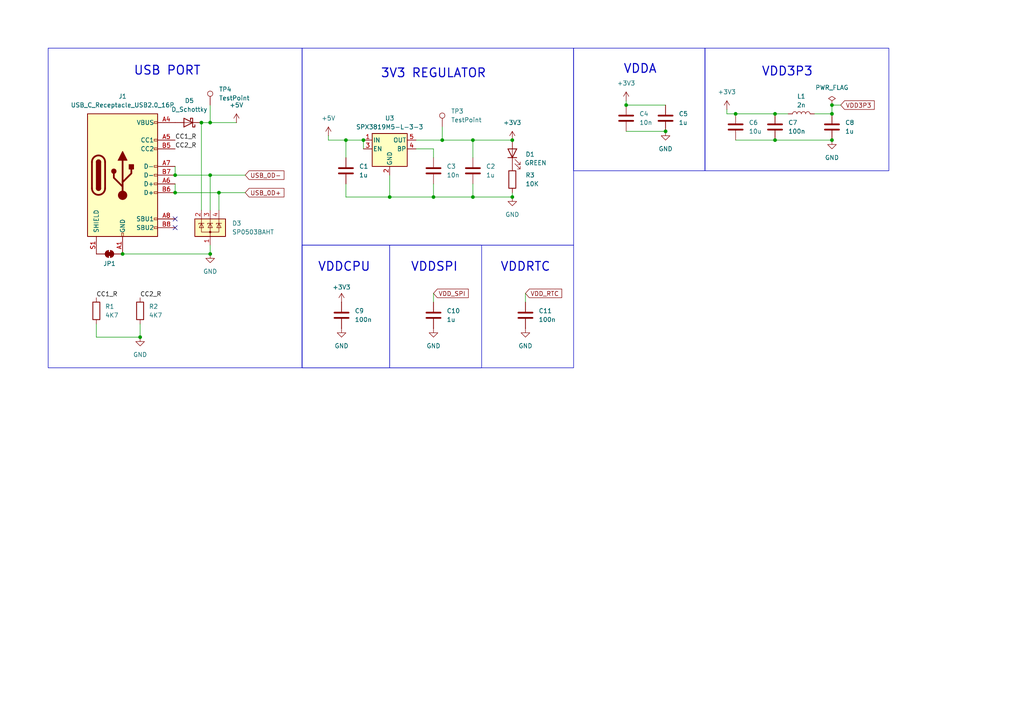
<source format=kicad_sch>
(kicad_sch
	(version 20250114)
	(generator "eeschema")
	(generator_version "9.0")
	(uuid "98efcacf-232b-46fc-a8a6-69dfcf420a38")
	(paper "A4")
	(lib_symbols
		(symbol "Connector:TestPoint"
			(pin_numbers
				(hide yes)
			)
			(pin_names
				(offset 0.762)
				(hide yes)
			)
			(exclude_from_sim no)
			(in_bom yes)
			(on_board yes)
			(property "Reference" "TP"
				(at 0 6.858 0)
				(effects
					(font
						(size 1.27 1.27)
					)
				)
			)
			(property "Value" "TestPoint"
				(at 0 5.08 0)
				(effects
					(font
						(size 1.27 1.27)
					)
				)
			)
			(property "Footprint" ""
				(at 5.08 0 0)
				(effects
					(font
						(size 1.27 1.27)
					)
					(hide yes)
				)
			)
			(property "Datasheet" "~"
				(at 5.08 0 0)
				(effects
					(font
						(size 1.27 1.27)
					)
					(hide yes)
				)
			)
			(property "Description" "test point"
				(at 0 0 0)
				(effects
					(font
						(size 1.27 1.27)
					)
					(hide yes)
				)
			)
			(property "ki_keywords" "test point tp"
				(at 0 0 0)
				(effects
					(font
						(size 1.27 1.27)
					)
					(hide yes)
				)
			)
			(property "ki_fp_filters" "Pin* Test*"
				(at 0 0 0)
				(effects
					(font
						(size 1.27 1.27)
					)
					(hide yes)
				)
			)
			(symbol "TestPoint_0_1"
				(circle
					(center 0 3.302)
					(radius 0.762)
					(stroke
						(width 0)
						(type default)
					)
					(fill
						(type none)
					)
				)
			)
			(symbol "TestPoint_1_1"
				(pin passive line
					(at 0 0 90)
					(length 2.54)
					(name "1"
						(effects
							(font
								(size 1.27 1.27)
							)
						)
					)
					(number "1"
						(effects
							(font
								(size 1.27 1.27)
							)
						)
					)
				)
			)
			(embedded_fonts no)
		)
		(symbol "Connector:USB_C_Receptacle_USB2.0_16P"
			(pin_names
				(offset 1.016)
			)
			(exclude_from_sim no)
			(in_bom yes)
			(on_board yes)
			(property "Reference" "J"
				(at 0 22.225 0)
				(effects
					(font
						(size 1.27 1.27)
					)
				)
			)
			(property "Value" "USB_C_Receptacle_USB2.0_16P"
				(at 0 19.685 0)
				(effects
					(font
						(size 1.27 1.27)
					)
				)
			)
			(property "Footprint" ""
				(at 3.81 0 0)
				(effects
					(font
						(size 1.27 1.27)
					)
					(hide yes)
				)
			)
			(property "Datasheet" "https://www.usb.org/sites/default/files/documents/usb_type-c.zip"
				(at 3.81 0 0)
				(effects
					(font
						(size 1.27 1.27)
					)
					(hide yes)
				)
			)
			(property "Description" "USB 2.0-only 16P Type-C Receptacle connector"
				(at 0 0 0)
				(effects
					(font
						(size 1.27 1.27)
					)
					(hide yes)
				)
			)
			(property "ki_keywords" "usb universal serial bus type-C USB2.0"
				(at 0 0 0)
				(effects
					(font
						(size 1.27 1.27)
					)
					(hide yes)
				)
			)
			(property "ki_fp_filters" "USB*C*Receptacle*"
				(at 0 0 0)
				(effects
					(font
						(size 1.27 1.27)
					)
					(hide yes)
				)
			)
			(symbol "USB_C_Receptacle_USB2.0_16P_0_0"
				(rectangle
					(start -0.254 -17.78)
					(end 0.254 -16.764)
					(stroke
						(width 0)
						(type default)
					)
					(fill
						(type none)
					)
				)
				(rectangle
					(start 10.16 15.494)
					(end 9.144 14.986)
					(stroke
						(width 0)
						(type default)
					)
					(fill
						(type none)
					)
				)
				(rectangle
					(start 10.16 10.414)
					(end 9.144 9.906)
					(stroke
						(width 0)
						(type default)
					)
					(fill
						(type none)
					)
				)
				(rectangle
					(start 10.16 7.874)
					(end 9.144 7.366)
					(stroke
						(width 0)
						(type default)
					)
					(fill
						(type none)
					)
				)
				(rectangle
					(start 10.16 2.794)
					(end 9.144 2.286)
					(stroke
						(width 0)
						(type default)
					)
					(fill
						(type none)
					)
				)
				(rectangle
					(start 10.16 0.254)
					(end 9.144 -0.254)
					(stroke
						(width 0)
						(type default)
					)
					(fill
						(type none)
					)
				)
				(rectangle
					(start 10.16 -2.286)
					(end 9.144 -2.794)
					(stroke
						(width 0)
						(type default)
					)
					(fill
						(type none)
					)
				)
				(rectangle
					(start 10.16 -4.826)
					(end 9.144 -5.334)
					(stroke
						(width 0)
						(type default)
					)
					(fill
						(type none)
					)
				)
				(rectangle
					(start 10.16 -12.446)
					(end 9.144 -12.954)
					(stroke
						(width 0)
						(type default)
					)
					(fill
						(type none)
					)
				)
				(rectangle
					(start 10.16 -14.986)
					(end 9.144 -15.494)
					(stroke
						(width 0)
						(type default)
					)
					(fill
						(type none)
					)
				)
			)
			(symbol "USB_C_Receptacle_USB2.0_16P_0_1"
				(rectangle
					(start -10.16 17.78)
					(end 10.16 -17.78)
					(stroke
						(width 0.254)
						(type default)
					)
					(fill
						(type background)
					)
				)
				(polyline
					(pts
						(xy -8.89 -3.81) (xy -8.89 3.81)
					)
					(stroke
						(width 0.508)
						(type default)
					)
					(fill
						(type none)
					)
				)
				(rectangle
					(start -7.62 -3.81)
					(end -6.35 3.81)
					(stroke
						(width 0.254)
						(type default)
					)
					(fill
						(type outline)
					)
				)
				(arc
					(start -7.62 3.81)
					(mid -6.985 4.4423)
					(end -6.35 3.81)
					(stroke
						(width 0.254)
						(type default)
					)
					(fill
						(type none)
					)
				)
				(arc
					(start -7.62 3.81)
					(mid -6.985 4.4423)
					(end -6.35 3.81)
					(stroke
						(width 0.254)
						(type default)
					)
					(fill
						(type outline)
					)
				)
				(arc
					(start -8.89 3.81)
					(mid -6.985 5.7067)
					(end -5.08 3.81)
					(stroke
						(width 0.508)
						(type default)
					)
					(fill
						(type none)
					)
				)
				(arc
					(start -5.08 -3.81)
					(mid -6.985 -5.7067)
					(end -8.89 -3.81)
					(stroke
						(width 0.508)
						(type default)
					)
					(fill
						(type none)
					)
				)
				(arc
					(start -6.35 -3.81)
					(mid -6.985 -4.4423)
					(end -7.62 -3.81)
					(stroke
						(width 0.254)
						(type default)
					)
					(fill
						(type none)
					)
				)
				(arc
					(start -6.35 -3.81)
					(mid -6.985 -4.4423)
					(end -7.62 -3.81)
					(stroke
						(width 0.254)
						(type default)
					)
					(fill
						(type outline)
					)
				)
				(polyline
					(pts
						(xy -5.08 3.81) (xy -5.08 -3.81)
					)
					(stroke
						(width 0.508)
						(type default)
					)
					(fill
						(type none)
					)
				)
				(circle
					(center -2.54 1.143)
					(radius 0.635)
					(stroke
						(width 0.254)
						(type default)
					)
					(fill
						(type outline)
					)
				)
				(polyline
					(pts
						(xy -1.27 4.318) (xy 0 6.858) (xy 1.27 4.318) (xy -1.27 4.318)
					)
					(stroke
						(width 0.254)
						(type default)
					)
					(fill
						(type outline)
					)
				)
				(polyline
					(pts
						(xy 0 -2.032) (xy 2.54 0.508) (xy 2.54 1.778)
					)
					(stroke
						(width 0.508)
						(type default)
					)
					(fill
						(type none)
					)
				)
				(polyline
					(pts
						(xy 0 -3.302) (xy -2.54 -0.762) (xy -2.54 0.508)
					)
					(stroke
						(width 0.508)
						(type default)
					)
					(fill
						(type none)
					)
				)
				(polyline
					(pts
						(xy 0 -5.842) (xy 0 4.318)
					)
					(stroke
						(width 0.508)
						(type default)
					)
					(fill
						(type none)
					)
				)
				(circle
					(center 0 -5.842)
					(radius 1.27)
					(stroke
						(width 0)
						(type default)
					)
					(fill
						(type outline)
					)
				)
				(rectangle
					(start 1.905 1.778)
					(end 3.175 3.048)
					(stroke
						(width 0.254)
						(type default)
					)
					(fill
						(type outline)
					)
				)
			)
			(symbol "USB_C_Receptacle_USB2.0_16P_1_1"
				(pin passive line
					(at -7.62 -22.86 90)
					(length 5.08)
					(name "SHIELD"
						(effects
							(font
								(size 1.27 1.27)
							)
						)
					)
					(number "S1"
						(effects
							(font
								(size 1.27 1.27)
							)
						)
					)
				)
				(pin passive line
					(at 0 -22.86 90)
					(length 5.08)
					(name "GND"
						(effects
							(font
								(size 1.27 1.27)
							)
						)
					)
					(number "A1"
						(effects
							(font
								(size 1.27 1.27)
							)
						)
					)
				)
				(pin passive line
					(at 0 -22.86 90)
					(length 5.08)
					(hide yes)
					(name "GND"
						(effects
							(font
								(size 1.27 1.27)
							)
						)
					)
					(number "A12"
						(effects
							(font
								(size 1.27 1.27)
							)
						)
					)
				)
				(pin passive line
					(at 0 -22.86 90)
					(length 5.08)
					(hide yes)
					(name "GND"
						(effects
							(font
								(size 1.27 1.27)
							)
						)
					)
					(number "B1"
						(effects
							(font
								(size 1.27 1.27)
							)
						)
					)
				)
				(pin passive line
					(at 0 -22.86 90)
					(length 5.08)
					(hide yes)
					(name "GND"
						(effects
							(font
								(size 1.27 1.27)
							)
						)
					)
					(number "B12"
						(effects
							(font
								(size 1.27 1.27)
							)
						)
					)
				)
				(pin passive line
					(at 15.24 15.24 180)
					(length 5.08)
					(name "VBUS"
						(effects
							(font
								(size 1.27 1.27)
							)
						)
					)
					(number "A4"
						(effects
							(font
								(size 1.27 1.27)
							)
						)
					)
				)
				(pin passive line
					(at 15.24 15.24 180)
					(length 5.08)
					(hide yes)
					(name "VBUS"
						(effects
							(font
								(size 1.27 1.27)
							)
						)
					)
					(number "A9"
						(effects
							(font
								(size 1.27 1.27)
							)
						)
					)
				)
				(pin passive line
					(at 15.24 15.24 180)
					(length 5.08)
					(hide yes)
					(name "VBUS"
						(effects
							(font
								(size 1.27 1.27)
							)
						)
					)
					(number "B4"
						(effects
							(font
								(size 1.27 1.27)
							)
						)
					)
				)
				(pin passive line
					(at 15.24 15.24 180)
					(length 5.08)
					(hide yes)
					(name "VBUS"
						(effects
							(font
								(size 1.27 1.27)
							)
						)
					)
					(number "B9"
						(effects
							(font
								(size 1.27 1.27)
							)
						)
					)
				)
				(pin bidirectional line
					(at 15.24 10.16 180)
					(length 5.08)
					(name "CC1"
						(effects
							(font
								(size 1.27 1.27)
							)
						)
					)
					(number "A5"
						(effects
							(font
								(size 1.27 1.27)
							)
						)
					)
				)
				(pin bidirectional line
					(at 15.24 7.62 180)
					(length 5.08)
					(name "CC2"
						(effects
							(font
								(size 1.27 1.27)
							)
						)
					)
					(number "B5"
						(effects
							(font
								(size 1.27 1.27)
							)
						)
					)
				)
				(pin bidirectional line
					(at 15.24 2.54 180)
					(length 5.08)
					(name "D-"
						(effects
							(font
								(size 1.27 1.27)
							)
						)
					)
					(number "A7"
						(effects
							(font
								(size 1.27 1.27)
							)
						)
					)
				)
				(pin bidirectional line
					(at 15.24 0 180)
					(length 5.08)
					(name "D-"
						(effects
							(font
								(size 1.27 1.27)
							)
						)
					)
					(number "B7"
						(effects
							(font
								(size 1.27 1.27)
							)
						)
					)
				)
				(pin bidirectional line
					(at 15.24 -2.54 180)
					(length 5.08)
					(name "D+"
						(effects
							(font
								(size 1.27 1.27)
							)
						)
					)
					(number "A6"
						(effects
							(font
								(size 1.27 1.27)
							)
						)
					)
				)
				(pin bidirectional line
					(at 15.24 -5.08 180)
					(length 5.08)
					(name "D+"
						(effects
							(font
								(size 1.27 1.27)
							)
						)
					)
					(number "B6"
						(effects
							(font
								(size 1.27 1.27)
							)
						)
					)
				)
				(pin bidirectional line
					(at 15.24 -12.7 180)
					(length 5.08)
					(name "SBU1"
						(effects
							(font
								(size 1.27 1.27)
							)
						)
					)
					(number "A8"
						(effects
							(font
								(size 1.27 1.27)
							)
						)
					)
				)
				(pin bidirectional line
					(at 15.24 -15.24 180)
					(length 5.08)
					(name "SBU2"
						(effects
							(font
								(size 1.27 1.27)
							)
						)
					)
					(number "B8"
						(effects
							(font
								(size 1.27 1.27)
							)
						)
					)
				)
			)
			(embedded_fonts no)
		)
		(symbol "Device:C"
			(pin_numbers
				(hide yes)
			)
			(pin_names
				(offset 0.254)
			)
			(exclude_from_sim no)
			(in_bom yes)
			(on_board yes)
			(property "Reference" "C"
				(at 0.635 2.54 0)
				(effects
					(font
						(size 1.27 1.27)
					)
					(justify left)
				)
			)
			(property "Value" "C"
				(at 0.635 -2.54 0)
				(effects
					(font
						(size 1.27 1.27)
					)
					(justify left)
				)
			)
			(property "Footprint" ""
				(at 0.9652 -3.81 0)
				(effects
					(font
						(size 1.27 1.27)
					)
					(hide yes)
				)
			)
			(property "Datasheet" "~"
				(at 0 0 0)
				(effects
					(font
						(size 1.27 1.27)
					)
					(hide yes)
				)
			)
			(property "Description" "Unpolarized capacitor"
				(at 0 0 0)
				(effects
					(font
						(size 1.27 1.27)
					)
					(hide yes)
				)
			)
			(property "ki_keywords" "cap capacitor"
				(at 0 0 0)
				(effects
					(font
						(size 1.27 1.27)
					)
					(hide yes)
				)
			)
			(property "ki_fp_filters" "C_*"
				(at 0 0 0)
				(effects
					(font
						(size 1.27 1.27)
					)
					(hide yes)
				)
			)
			(symbol "C_0_1"
				(polyline
					(pts
						(xy -2.032 0.762) (xy 2.032 0.762)
					)
					(stroke
						(width 0.508)
						(type default)
					)
					(fill
						(type none)
					)
				)
				(polyline
					(pts
						(xy -2.032 -0.762) (xy 2.032 -0.762)
					)
					(stroke
						(width 0.508)
						(type default)
					)
					(fill
						(type none)
					)
				)
			)
			(symbol "C_1_1"
				(pin passive line
					(at 0 3.81 270)
					(length 2.794)
					(name "~"
						(effects
							(font
								(size 1.27 1.27)
							)
						)
					)
					(number "1"
						(effects
							(font
								(size 1.27 1.27)
							)
						)
					)
				)
				(pin passive line
					(at 0 -3.81 90)
					(length 2.794)
					(name "~"
						(effects
							(font
								(size 1.27 1.27)
							)
						)
					)
					(number "2"
						(effects
							(font
								(size 1.27 1.27)
							)
						)
					)
				)
			)
			(embedded_fonts no)
		)
		(symbol "Device:D_Schottky"
			(pin_numbers
				(hide yes)
			)
			(pin_names
				(offset 1.016)
				(hide yes)
			)
			(exclude_from_sim no)
			(in_bom yes)
			(on_board yes)
			(property "Reference" "D"
				(at 0 2.54 0)
				(effects
					(font
						(size 1.27 1.27)
					)
				)
			)
			(property "Value" "D_Schottky"
				(at 0 -2.54 0)
				(effects
					(font
						(size 1.27 1.27)
					)
				)
			)
			(property "Footprint" ""
				(at 0 0 0)
				(effects
					(font
						(size 1.27 1.27)
					)
					(hide yes)
				)
			)
			(property "Datasheet" "~"
				(at 0 0 0)
				(effects
					(font
						(size 1.27 1.27)
					)
					(hide yes)
				)
			)
			(property "Description" "Schottky diode"
				(at 0 0 0)
				(effects
					(font
						(size 1.27 1.27)
					)
					(hide yes)
				)
			)
			(property "ki_keywords" "diode Schottky"
				(at 0 0 0)
				(effects
					(font
						(size 1.27 1.27)
					)
					(hide yes)
				)
			)
			(property "ki_fp_filters" "TO-???* *_Diode_* *SingleDiode* D_*"
				(at 0 0 0)
				(effects
					(font
						(size 1.27 1.27)
					)
					(hide yes)
				)
			)
			(symbol "D_Schottky_0_1"
				(polyline
					(pts
						(xy -1.905 0.635) (xy -1.905 1.27) (xy -1.27 1.27) (xy -1.27 -1.27) (xy -0.635 -1.27) (xy -0.635 -0.635)
					)
					(stroke
						(width 0.254)
						(type default)
					)
					(fill
						(type none)
					)
				)
				(polyline
					(pts
						(xy 1.27 1.27) (xy 1.27 -1.27) (xy -1.27 0) (xy 1.27 1.27)
					)
					(stroke
						(width 0.254)
						(type default)
					)
					(fill
						(type none)
					)
				)
				(polyline
					(pts
						(xy 1.27 0) (xy -1.27 0)
					)
					(stroke
						(width 0)
						(type default)
					)
					(fill
						(type none)
					)
				)
			)
			(symbol "D_Schottky_1_1"
				(pin passive line
					(at -3.81 0 0)
					(length 2.54)
					(name "K"
						(effects
							(font
								(size 1.27 1.27)
							)
						)
					)
					(number "1"
						(effects
							(font
								(size 1.27 1.27)
							)
						)
					)
				)
				(pin passive line
					(at 3.81 0 180)
					(length 2.54)
					(name "A"
						(effects
							(font
								(size 1.27 1.27)
							)
						)
					)
					(number "2"
						(effects
							(font
								(size 1.27 1.27)
							)
						)
					)
				)
			)
			(embedded_fonts no)
		)
		(symbol "Device:L"
			(pin_numbers
				(hide yes)
			)
			(pin_names
				(offset 1.016)
				(hide yes)
			)
			(exclude_from_sim no)
			(in_bom yes)
			(on_board yes)
			(property "Reference" "L"
				(at -1.27 0 90)
				(effects
					(font
						(size 1.27 1.27)
					)
				)
			)
			(property "Value" "L"
				(at 1.905 0 90)
				(effects
					(font
						(size 1.27 1.27)
					)
				)
			)
			(property "Footprint" ""
				(at 0 0 0)
				(effects
					(font
						(size 1.27 1.27)
					)
					(hide yes)
				)
			)
			(property "Datasheet" "~"
				(at 0 0 0)
				(effects
					(font
						(size 1.27 1.27)
					)
					(hide yes)
				)
			)
			(property "Description" "Inductor"
				(at 0 0 0)
				(effects
					(font
						(size 1.27 1.27)
					)
					(hide yes)
				)
			)
			(property "ki_keywords" "inductor choke coil reactor magnetic"
				(at 0 0 0)
				(effects
					(font
						(size 1.27 1.27)
					)
					(hide yes)
				)
			)
			(property "ki_fp_filters" "Choke_* *Coil* Inductor_* L_*"
				(at 0 0 0)
				(effects
					(font
						(size 1.27 1.27)
					)
					(hide yes)
				)
			)
			(symbol "L_0_1"
				(arc
					(start 0 2.54)
					(mid 0.6323 1.905)
					(end 0 1.27)
					(stroke
						(width 0)
						(type default)
					)
					(fill
						(type none)
					)
				)
				(arc
					(start 0 1.27)
					(mid 0.6323 0.635)
					(end 0 0)
					(stroke
						(width 0)
						(type default)
					)
					(fill
						(type none)
					)
				)
				(arc
					(start 0 0)
					(mid 0.6323 -0.635)
					(end 0 -1.27)
					(stroke
						(width 0)
						(type default)
					)
					(fill
						(type none)
					)
				)
				(arc
					(start 0 -1.27)
					(mid 0.6323 -1.905)
					(end 0 -2.54)
					(stroke
						(width 0)
						(type default)
					)
					(fill
						(type none)
					)
				)
			)
			(symbol "L_1_1"
				(pin passive line
					(at 0 3.81 270)
					(length 1.27)
					(name "1"
						(effects
							(font
								(size 1.27 1.27)
							)
						)
					)
					(number "1"
						(effects
							(font
								(size 1.27 1.27)
							)
						)
					)
				)
				(pin passive line
					(at 0 -3.81 90)
					(length 1.27)
					(name "2"
						(effects
							(font
								(size 1.27 1.27)
							)
						)
					)
					(number "2"
						(effects
							(font
								(size 1.27 1.27)
							)
						)
					)
				)
			)
			(embedded_fonts no)
		)
		(symbol "Device:LED"
			(pin_numbers
				(hide yes)
			)
			(pin_names
				(offset 1.016)
				(hide yes)
			)
			(exclude_from_sim no)
			(in_bom yes)
			(on_board yes)
			(property "Reference" "D"
				(at 0 2.54 0)
				(effects
					(font
						(size 1.27 1.27)
					)
				)
			)
			(property "Value" "LED"
				(at 0 -2.54 0)
				(effects
					(font
						(size 1.27 1.27)
					)
				)
			)
			(property "Footprint" ""
				(at 0 0 0)
				(effects
					(font
						(size 1.27 1.27)
					)
					(hide yes)
				)
			)
			(property "Datasheet" "~"
				(at 0 0 0)
				(effects
					(font
						(size 1.27 1.27)
					)
					(hide yes)
				)
			)
			(property "Description" "Light emitting diode"
				(at 0 0 0)
				(effects
					(font
						(size 1.27 1.27)
					)
					(hide yes)
				)
			)
			(property "ki_keywords" "LED diode"
				(at 0 0 0)
				(effects
					(font
						(size 1.27 1.27)
					)
					(hide yes)
				)
			)
			(property "ki_fp_filters" "LED* LED_SMD:* LED_THT:*"
				(at 0 0 0)
				(effects
					(font
						(size 1.27 1.27)
					)
					(hide yes)
				)
			)
			(symbol "LED_0_1"
				(polyline
					(pts
						(xy -3.048 -0.762) (xy -4.572 -2.286) (xy -3.81 -2.286) (xy -4.572 -2.286) (xy -4.572 -1.524)
					)
					(stroke
						(width 0)
						(type default)
					)
					(fill
						(type none)
					)
				)
				(polyline
					(pts
						(xy -1.778 -0.762) (xy -3.302 -2.286) (xy -2.54 -2.286) (xy -3.302 -2.286) (xy -3.302 -1.524)
					)
					(stroke
						(width 0)
						(type default)
					)
					(fill
						(type none)
					)
				)
				(polyline
					(pts
						(xy -1.27 0) (xy 1.27 0)
					)
					(stroke
						(width 0)
						(type default)
					)
					(fill
						(type none)
					)
				)
				(polyline
					(pts
						(xy -1.27 -1.27) (xy -1.27 1.27)
					)
					(stroke
						(width 0.254)
						(type default)
					)
					(fill
						(type none)
					)
				)
				(polyline
					(pts
						(xy 1.27 -1.27) (xy 1.27 1.27) (xy -1.27 0) (xy 1.27 -1.27)
					)
					(stroke
						(width 0.254)
						(type default)
					)
					(fill
						(type none)
					)
				)
			)
			(symbol "LED_1_1"
				(pin passive line
					(at -3.81 0 0)
					(length 2.54)
					(name "K"
						(effects
							(font
								(size 1.27 1.27)
							)
						)
					)
					(number "1"
						(effects
							(font
								(size 1.27 1.27)
							)
						)
					)
				)
				(pin passive line
					(at 3.81 0 180)
					(length 2.54)
					(name "A"
						(effects
							(font
								(size 1.27 1.27)
							)
						)
					)
					(number "2"
						(effects
							(font
								(size 1.27 1.27)
							)
						)
					)
				)
			)
			(embedded_fonts no)
		)
		(symbol "Device:R"
			(pin_numbers
				(hide yes)
			)
			(pin_names
				(offset 0)
			)
			(exclude_from_sim no)
			(in_bom yes)
			(on_board yes)
			(property "Reference" "R"
				(at 2.032 0 90)
				(effects
					(font
						(size 1.27 1.27)
					)
				)
			)
			(property "Value" "R"
				(at 0 0 90)
				(effects
					(font
						(size 1.27 1.27)
					)
				)
			)
			(property "Footprint" ""
				(at -1.778 0 90)
				(effects
					(font
						(size 1.27 1.27)
					)
					(hide yes)
				)
			)
			(property "Datasheet" "~"
				(at 0 0 0)
				(effects
					(font
						(size 1.27 1.27)
					)
					(hide yes)
				)
			)
			(property "Description" "Resistor"
				(at 0 0 0)
				(effects
					(font
						(size 1.27 1.27)
					)
					(hide yes)
				)
			)
			(property "ki_keywords" "R res resistor"
				(at 0 0 0)
				(effects
					(font
						(size 1.27 1.27)
					)
					(hide yes)
				)
			)
			(property "ki_fp_filters" "R_*"
				(at 0 0 0)
				(effects
					(font
						(size 1.27 1.27)
					)
					(hide yes)
				)
			)
			(symbol "R_0_1"
				(rectangle
					(start -1.016 -2.54)
					(end 1.016 2.54)
					(stroke
						(width 0.254)
						(type default)
					)
					(fill
						(type none)
					)
				)
			)
			(symbol "R_1_1"
				(pin passive line
					(at 0 3.81 270)
					(length 1.27)
					(name "~"
						(effects
							(font
								(size 1.27 1.27)
							)
						)
					)
					(number "1"
						(effects
							(font
								(size 1.27 1.27)
							)
						)
					)
				)
				(pin passive line
					(at 0 -3.81 90)
					(length 1.27)
					(name "~"
						(effects
							(font
								(size 1.27 1.27)
							)
						)
					)
					(number "2"
						(effects
							(font
								(size 1.27 1.27)
							)
						)
					)
				)
			)
			(embedded_fonts no)
		)
		(symbol "Jumper:SolderJumper_2_Bridged"
			(pin_numbers
				(hide yes)
			)
			(pin_names
				(offset 0)
				(hide yes)
			)
			(exclude_from_sim no)
			(in_bom no)
			(on_board yes)
			(property "Reference" "JP"
				(at 0 2.032 0)
				(effects
					(font
						(size 1.27 1.27)
					)
				)
			)
			(property "Value" "SolderJumper_2_Bridged"
				(at 0 -2.54 0)
				(effects
					(font
						(size 1.27 1.27)
					)
				)
			)
			(property "Footprint" ""
				(at 0 0 0)
				(effects
					(font
						(size 1.27 1.27)
					)
					(hide yes)
				)
			)
			(property "Datasheet" "~"
				(at 0 0 0)
				(effects
					(font
						(size 1.27 1.27)
					)
					(hide yes)
				)
			)
			(property "Description" "Solder Jumper, 2-pole, closed/bridged"
				(at 0 0 0)
				(effects
					(font
						(size 1.27 1.27)
					)
					(hide yes)
				)
			)
			(property "ki_keywords" "solder jumper SPST"
				(at 0 0 0)
				(effects
					(font
						(size 1.27 1.27)
					)
					(hide yes)
				)
			)
			(property "ki_fp_filters" "SolderJumper*Bridged*"
				(at 0 0 0)
				(effects
					(font
						(size 1.27 1.27)
					)
					(hide yes)
				)
			)
			(symbol "SolderJumper_2_Bridged_0_1"
				(rectangle
					(start -0.508 0.508)
					(end 0.508 -0.508)
					(stroke
						(width 0)
						(type default)
					)
					(fill
						(type outline)
					)
				)
				(polyline
					(pts
						(xy -0.254 1.016) (xy -0.254 -1.016)
					)
					(stroke
						(width 0)
						(type default)
					)
					(fill
						(type none)
					)
				)
				(arc
					(start -0.254 -1.016)
					(mid -1.2656 0)
					(end -0.254 1.016)
					(stroke
						(width 0)
						(type default)
					)
					(fill
						(type none)
					)
				)
				(arc
					(start -0.254 -1.016)
					(mid -1.2656 0)
					(end -0.254 1.016)
					(stroke
						(width 0)
						(type default)
					)
					(fill
						(type outline)
					)
				)
				(arc
					(start 0.254 1.016)
					(mid 1.2656 0)
					(end 0.254 -1.016)
					(stroke
						(width 0)
						(type default)
					)
					(fill
						(type none)
					)
				)
				(arc
					(start 0.254 1.016)
					(mid 1.2656 0)
					(end 0.254 -1.016)
					(stroke
						(width 0)
						(type default)
					)
					(fill
						(type outline)
					)
				)
				(polyline
					(pts
						(xy 0.254 1.016) (xy 0.254 -1.016)
					)
					(stroke
						(width 0)
						(type default)
					)
					(fill
						(type none)
					)
				)
			)
			(symbol "SolderJumper_2_Bridged_1_1"
				(pin passive line
					(at -3.81 0 0)
					(length 2.54)
					(name "A"
						(effects
							(font
								(size 1.27 1.27)
							)
						)
					)
					(number "1"
						(effects
							(font
								(size 1.27 1.27)
							)
						)
					)
				)
				(pin passive line
					(at 3.81 0 180)
					(length 2.54)
					(name "B"
						(effects
							(font
								(size 1.27 1.27)
							)
						)
					)
					(number "2"
						(effects
							(font
								(size 1.27 1.27)
							)
						)
					)
				)
			)
			(embedded_fonts no)
		)
		(symbol "Power_Protection:SP0503BAHT"
			(pin_names
				(hide yes)
			)
			(exclude_from_sim no)
			(in_bom yes)
			(on_board yes)
			(property "Reference" "D"
				(at 5.715 2.54 0)
				(effects
					(font
						(size 1.27 1.27)
					)
					(justify left)
				)
			)
			(property "Value" "SP0503BAHT"
				(at 5.715 0.635 0)
				(effects
					(font
						(size 1.27 1.27)
					)
					(justify left)
				)
			)
			(property "Footprint" "Package_TO_SOT_SMD:SOT-143"
				(at 5.715 -1.27 0)
				(effects
					(font
						(size 1.27 1.27)
					)
					(justify left)
					(hide yes)
				)
			)
			(property "Datasheet" "http://www.littelfuse.com/~/media/files/littelfuse/technical%20resources/documents/data%20sheets/sp05xxba.pdf"
				(at 3.175 3.175 0)
				(effects
					(font
						(size 1.27 1.27)
					)
					(hide yes)
				)
			)
			(property "Description" "TVS Diode Array, 5.5V Standoff, 3 Channels, SOT-143 package"
				(at 0 0 0)
				(effects
					(font
						(size 1.27 1.27)
					)
					(hide yes)
				)
			)
			(property "ki_keywords" "usb esd protection suppression transient"
				(at 0 0 0)
				(effects
					(font
						(size 1.27 1.27)
					)
					(hide yes)
				)
			)
			(property "ki_fp_filters" "SOT?143*"
				(at 0 0 0)
				(effects
					(font
						(size 1.27 1.27)
					)
					(hide yes)
				)
			)
			(symbol "SP0503BAHT_0_0"
				(pin passive line
					(at 0 -5.08 90)
					(length 2.54)
					(name "A"
						(effects
							(font
								(size 1.27 1.27)
							)
						)
					)
					(number "1"
						(effects
							(font
								(size 1.27 1.27)
							)
						)
					)
				)
			)
			(symbol "SP0503BAHT_0_1"
				(rectangle
					(start -4.445 2.54)
					(end 4.445 -2.54)
					(stroke
						(width 0.254)
						(type default)
					)
					(fill
						(type background)
					)
				)
				(polyline
					(pts
						(xy -3.302 1.016) (xy -3.302 1.27) (xy -1.905 1.27) (xy -1.778 1.27)
					)
					(stroke
						(width 0)
						(type default)
					)
					(fill
						(type none)
					)
				)
				(polyline
					(pts
						(xy -2.54 2.54) (xy -2.54 1.27)
					)
					(stroke
						(width 0)
						(type default)
					)
					(fill
						(type none)
					)
				)
				(polyline
					(pts
						(xy -2.54 1.27) (xy -2.54 -1.27) (xy 2.54 -1.27) (xy 2.54 1.27)
					)
					(stroke
						(width 0)
						(type default)
					)
					(fill
						(type none)
					)
				)
				(polyline
					(pts
						(xy -2.54 1.27) (xy -1.905 0) (xy -3.175 0) (xy -2.54 1.27)
					)
					(stroke
						(width 0)
						(type default)
					)
					(fill
						(type none)
					)
				)
				(polyline
					(pts
						(xy 0 2.54) (xy 0 1.27)
					)
					(stroke
						(width 0)
						(type default)
					)
					(fill
						(type none)
					)
				)
				(polyline
					(pts
						(xy 0 -1.27) (xy 0 1.27)
					)
					(stroke
						(width 0)
						(type default)
					)
					(fill
						(type none)
					)
				)
				(polyline
					(pts
						(xy 0 -1.27) (xy 0 -2.54)
					)
					(stroke
						(width 0)
						(type default)
					)
					(fill
						(type none)
					)
				)
				(circle
					(center 0 -1.27)
					(radius 0.254)
					(stroke
						(width 0)
						(type default)
					)
					(fill
						(type outline)
					)
				)
				(polyline
					(pts
						(xy 0.635 1.27) (xy 0.762 1.27)
					)
					(stroke
						(width 0)
						(type default)
					)
					(fill
						(type none)
					)
				)
				(polyline
					(pts
						(xy 0.635 1.27) (xy -0.762 1.27) (xy -0.762 1.016)
					)
					(stroke
						(width 0)
						(type default)
					)
					(fill
						(type none)
					)
				)
				(polyline
					(pts
						(xy 0.635 0) (xy -0.635 0) (xy 0 1.27) (xy 0.635 0)
					)
					(stroke
						(width 0)
						(type default)
					)
					(fill
						(type none)
					)
				)
				(polyline
					(pts
						(xy 1.778 1.016) (xy 1.778 1.27) (xy 3.175 1.27) (xy 3.302 1.27)
					)
					(stroke
						(width 0)
						(type default)
					)
					(fill
						(type none)
					)
				)
				(polyline
					(pts
						(xy 2.54 2.54) (xy 2.54 1.27)
					)
					(stroke
						(width 0)
						(type default)
					)
					(fill
						(type none)
					)
				)
				(polyline
					(pts
						(xy 2.54 1.27) (xy 1.905 0) (xy 3.175 0) (xy 2.54 1.27)
					)
					(stroke
						(width 0)
						(type default)
					)
					(fill
						(type none)
					)
				)
			)
			(symbol "SP0503BAHT_1_1"
				(pin passive line
					(at -2.54 5.08 270)
					(length 2.54)
					(name "K"
						(effects
							(font
								(size 1.27 1.27)
							)
						)
					)
					(number "2"
						(effects
							(font
								(size 1.27 1.27)
							)
						)
					)
				)
				(pin passive line
					(at 0 5.08 270)
					(length 2.54)
					(name "K"
						(effects
							(font
								(size 1.27 1.27)
							)
						)
					)
					(number "3"
						(effects
							(font
								(size 1.27 1.27)
							)
						)
					)
				)
				(pin passive line
					(at 2.54 5.08 270)
					(length 2.54)
					(name "K"
						(effects
							(font
								(size 1.27 1.27)
							)
						)
					)
					(number "4"
						(effects
							(font
								(size 1.27 1.27)
							)
						)
					)
				)
			)
			(embedded_fonts no)
		)
		(symbol "Regulator_Linear:SPX3819M5-L-3-3"
			(pin_names
				(offset 0.254)
			)
			(exclude_from_sim no)
			(in_bom yes)
			(on_board yes)
			(property "Reference" "U"
				(at -3.81 5.715 0)
				(effects
					(font
						(size 1.27 1.27)
					)
				)
			)
			(property "Value" "SPX3819M5-L-3-3"
				(at 0 5.715 0)
				(effects
					(font
						(size 1.27 1.27)
					)
					(justify left)
				)
			)
			(property "Footprint" "Package_TO_SOT_SMD:SOT-23-5"
				(at 0 8.255 0)
				(effects
					(font
						(size 1.27 1.27)
					)
					(hide yes)
				)
			)
			(property "Datasheet" "https://www.exar.com/content/document.ashx?id=22106&languageid=1033&type=Datasheet&partnumber=SPX3819&filename=SPX3819.pdf&part=SPX3819"
				(at 0 0 0)
				(effects
					(font
						(size 1.27 1.27)
					)
					(hide yes)
				)
			)
			(property "Description" "500mA Low drop-out regulator, Fixed Output 3.3V, SOT-23-5"
				(at 0 0 0)
				(effects
					(font
						(size 1.27 1.27)
					)
					(hide yes)
				)
			)
			(property "ki_keywords" "REGULATOR LDO 3.3V"
				(at 0 0 0)
				(effects
					(font
						(size 1.27 1.27)
					)
					(hide yes)
				)
			)
			(property "ki_fp_filters" "SOT?23*"
				(at 0 0 0)
				(effects
					(font
						(size 1.27 1.27)
					)
					(hide yes)
				)
			)
			(symbol "SPX3819M5-L-3-3_0_1"
				(rectangle
					(start -5.08 4.445)
					(end 5.08 -5.08)
					(stroke
						(width 0.254)
						(type default)
					)
					(fill
						(type background)
					)
				)
			)
			(symbol "SPX3819M5-L-3-3_1_1"
				(pin power_in line
					(at -7.62 2.54 0)
					(length 2.54)
					(name "IN"
						(effects
							(font
								(size 1.27 1.27)
							)
						)
					)
					(number "1"
						(effects
							(font
								(size 1.27 1.27)
							)
						)
					)
				)
				(pin input line
					(at -7.62 0 0)
					(length 2.54)
					(name "EN"
						(effects
							(font
								(size 1.27 1.27)
							)
						)
					)
					(number "3"
						(effects
							(font
								(size 1.27 1.27)
							)
						)
					)
				)
				(pin power_in line
					(at 0 -7.62 90)
					(length 2.54)
					(name "GND"
						(effects
							(font
								(size 1.27 1.27)
							)
						)
					)
					(number "2"
						(effects
							(font
								(size 1.27 1.27)
							)
						)
					)
				)
				(pin power_out line
					(at 7.62 2.54 180)
					(length 2.54)
					(name "OUT"
						(effects
							(font
								(size 1.27 1.27)
							)
						)
					)
					(number "5"
						(effects
							(font
								(size 1.27 1.27)
							)
						)
					)
				)
				(pin input line
					(at 7.62 0 180)
					(length 2.54)
					(name "BP"
						(effects
							(font
								(size 1.27 1.27)
							)
						)
					)
					(number "4"
						(effects
							(font
								(size 1.27 1.27)
							)
						)
					)
				)
			)
			(embedded_fonts no)
		)
		(symbol "power:+3V3"
			(power)
			(pin_numbers
				(hide yes)
			)
			(pin_names
				(offset 0)
				(hide yes)
			)
			(exclude_from_sim no)
			(in_bom yes)
			(on_board yes)
			(property "Reference" "#PWR"
				(at 0 -3.81 0)
				(effects
					(font
						(size 1.27 1.27)
					)
					(hide yes)
				)
			)
			(property "Value" "+3V3"
				(at 0 3.556 0)
				(effects
					(font
						(size 1.27 1.27)
					)
				)
			)
			(property "Footprint" ""
				(at 0 0 0)
				(effects
					(font
						(size 1.27 1.27)
					)
					(hide yes)
				)
			)
			(property "Datasheet" ""
				(at 0 0 0)
				(effects
					(font
						(size 1.27 1.27)
					)
					(hide yes)
				)
			)
			(property "Description" "Power symbol creates a global label with name \"+3V3\""
				(at 0 0 0)
				(effects
					(font
						(size 1.27 1.27)
					)
					(hide yes)
				)
			)
			(property "ki_keywords" "global power"
				(at 0 0 0)
				(effects
					(font
						(size 1.27 1.27)
					)
					(hide yes)
				)
			)
			(symbol "+3V3_0_1"
				(polyline
					(pts
						(xy -0.762 1.27) (xy 0 2.54)
					)
					(stroke
						(width 0)
						(type default)
					)
					(fill
						(type none)
					)
				)
				(polyline
					(pts
						(xy 0 2.54) (xy 0.762 1.27)
					)
					(stroke
						(width 0)
						(type default)
					)
					(fill
						(type none)
					)
				)
				(polyline
					(pts
						(xy 0 0) (xy 0 2.54)
					)
					(stroke
						(width 0)
						(type default)
					)
					(fill
						(type none)
					)
				)
			)
			(symbol "+3V3_1_1"
				(pin power_in line
					(at 0 0 90)
					(length 0)
					(name "~"
						(effects
							(font
								(size 1.27 1.27)
							)
						)
					)
					(number "1"
						(effects
							(font
								(size 1.27 1.27)
							)
						)
					)
				)
			)
			(embedded_fonts no)
		)
		(symbol "power:+5V"
			(power)
			(pin_numbers
				(hide yes)
			)
			(pin_names
				(offset 0)
				(hide yes)
			)
			(exclude_from_sim no)
			(in_bom yes)
			(on_board yes)
			(property "Reference" "#PWR"
				(at 0 -3.81 0)
				(effects
					(font
						(size 1.27 1.27)
					)
					(hide yes)
				)
			)
			(property "Value" "+5V"
				(at 0 3.556 0)
				(effects
					(font
						(size 1.27 1.27)
					)
				)
			)
			(property "Footprint" ""
				(at 0 0 0)
				(effects
					(font
						(size 1.27 1.27)
					)
					(hide yes)
				)
			)
			(property "Datasheet" ""
				(at 0 0 0)
				(effects
					(font
						(size 1.27 1.27)
					)
					(hide yes)
				)
			)
			(property "Description" "Power symbol creates a global label with name \"+5V\""
				(at 0 0 0)
				(effects
					(font
						(size 1.27 1.27)
					)
					(hide yes)
				)
			)
			(property "ki_keywords" "global power"
				(at 0 0 0)
				(effects
					(font
						(size 1.27 1.27)
					)
					(hide yes)
				)
			)
			(symbol "+5V_0_1"
				(polyline
					(pts
						(xy -0.762 1.27) (xy 0 2.54)
					)
					(stroke
						(width 0)
						(type default)
					)
					(fill
						(type none)
					)
				)
				(polyline
					(pts
						(xy 0 2.54) (xy 0.762 1.27)
					)
					(stroke
						(width 0)
						(type default)
					)
					(fill
						(type none)
					)
				)
				(polyline
					(pts
						(xy 0 0) (xy 0 2.54)
					)
					(stroke
						(width 0)
						(type default)
					)
					(fill
						(type none)
					)
				)
			)
			(symbol "+5V_1_1"
				(pin power_in line
					(at 0 0 90)
					(length 0)
					(name "~"
						(effects
							(font
								(size 1.27 1.27)
							)
						)
					)
					(number "1"
						(effects
							(font
								(size 1.27 1.27)
							)
						)
					)
				)
			)
			(embedded_fonts no)
		)
		(symbol "power:GND"
			(power)
			(pin_numbers
				(hide yes)
			)
			(pin_names
				(offset 0)
				(hide yes)
			)
			(exclude_from_sim no)
			(in_bom yes)
			(on_board yes)
			(property "Reference" "#PWR"
				(at 0 -6.35 0)
				(effects
					(font
						(size 1.27 1.27)
					)
					(hide yes)
				)
			)
			(property "Value" "GND"
				(at 0 -3.81 0)
				(effects
					(font
						(size 1.27 1.27)
					)
				)
			)
			(property "Footprint" ""
				(at 0 0 0)
				(effects
					(font
						(size 1.27 1.27)
					)
					(hide yes)
				)
			)
			(property "Datasheet" ""
				(at 0 0 0)
				(effects
					(font
						(size 1.27 1.27)
					)
					(hide yes)
				)
			)
			(property "Description" "Power symbol creates a global label with name \"GND\" , ground"
				(at 0 0 0)
				(effects
					(font
						(size 1.27 1.27)
					)
					(hide yes)
				)
			)
			(property "ki_keywords" "global power"
				(at 0 0 0)
				(effects
					(font
						(size 1.27 1.27)
					)
					(hide yes)
				)
			)
			(symbol "GND_0_1"
				(polyline
					(pts
						(xy 0 0) (xy 0 -1.27) (xy 1.27 -1.27) (xy 0 -2.54) (xy -1.27 -1.27) (xy 0 -1.27)
					)
					(stroke
						(width 0)
						(type default)
					)
					(fill
						(type none)
					)
				)
			)
			(symbol "GND_1_1"
				(pin power_in line
					(at 0 0 270)
					(length 0)
					(name "~"
						(effects
							(font
								(size 1.27 1.27)
							)
						)
					)
					(number "1"
						(effects
							(font
								(size 1.27 1.27)
							)
						)
					)
				)
			)
			(embedded_fonts no)
		)
		(symbol "power:PWR_FLAG"
			(power)
			(pin_numbers
				(hide yes)
			)
			(pin_names
				(offset 0)
				(hide yes)
			)
			(exclude_from_sim no)
			(in_bom yes)
			(on_board yes)
			(property "Reference" "#FLG"
				(at 0 1.905 0)
				(effects
					(font
						(size 1.27 1.27)
					)
					(hide yes)
				)
			)
			(property "Value" "PWR_FLAG"
				(at 0 3.81 0)
				(effects
					(font
						(size 1.27 1.27)
					)
				)
			)
			(property "Footprint" ""
				(at 0 0 0)
				(effects
					(font
						(size 1.27 1.27)
					)
					(hide yes)
				)
			)
			(property "Datasheet" "~"
				(at 0 0 0)
				(effects
					(font
						(size 1.27 1.27)
					)
					(hide yes)
				)
			)
			(property "Description" "Special symbol for telling ERC where power comes from"
				(at 0 0 0)
				(effects
					(font
						(size 1.27 1.27)
					)
					(hide yes)
				)
			)
			(property "ki_keywords" "flag power"
				(at 0 0 0)
				(effects
					(font
						(size 1.27 1.27)
					)
					(hide yes)
				)
			)
			(symbol "PWR_FLAG_0_0"
				(pin power_out line
					(at 0 0 90)
					(length 0)
					(name "~"
						(effects
							(font
								(size 1.27 1.27)
							)
						)
					)
					(number "1"
						(effects
							(font
								(size 1.27 1.27)
							)
						)
					)
				)
			)
			(symbol "PWR_FLAG_0_1"
				(polyline
					(pts
						(xy 0 0) (xy 0 1.27) (xy -1.016 1.905) (xy 0 2.54) (xy 1.016 1.905) (xy 0 1.27)
					)
					(stroke
						(width 0)
						(type default)
					)
					(fill
						(type none)
					)
				)
			)
			(embedded_fonts no)
		)
	)
	(rectangle
		(start 13.97 13.97)
		(end 87.63 106.68)
		(stroke
			(width 0)
			(type default)
		)
		(fill
			(type none)
		)
		(uuid 297066a3-66f3-49ca-ab2a-dba2871b544a)
	)
	(rectangle
		(start 87.63 13.97)
		(end 166.37 71.12)
		(stroke
			(width 0)
			(type default)
		)
		(fill
			(type none)
		)
		(uuid 9154e30e-f384-4c21-82b3-909b90a278f1)
	)
	(rectangle
		(start 87.63 71.12)
		(end 113.03 106.68)
		(stroke
			(width 0)
			(type default)
		)
		(fill
			(type none)
		)
		(uuid b3b53c1a-3cd6-4d58-9d8b-7170f50b310a)
	)
	(rectangle
		(start 166.37 13.97)
		(end 204.47 49.53)
		(stroke
			(width 0)
			(type default)
		)
		(fill
			(type none)
		)
		(uuid b7c887da-fdad-4dfb-9585-3bbbf9c197c9)
	)
	(rectangle
		(start 113.03 71.12)
		(end 139.7 106.68)
		(stroke
			(width 0)
			(type default)
		)
		(fill
			(type none)
		)
		(uuid d53834ab-976a-4231-9d97-67d1d32feff2)
	)
	(rectangle
		(start 87.63 71.12)
		(end 166.37 106.68)
		(stroke
			(width 0)
			(type default)
		)
		(fill
			(type none)
		)
		(uuid ed4aba1d-eac5-4113-8810-c3085bc33ea6)
	)
	(rectangle
		(start 204.47 13.97)
		(end 257.81 49.53)
		(stroke
			(width 0)
			(type default)
		)
		(fill
			(type none)
		)
		(uuid f9ebc4b7-5b92-40cb-b3ed-5649006166dc)
	)
	(text "USB PORT"
		(exclude_from_sim no)
		(at 48.514 20.574 0)
		(effects
			(font
				(size 2.54 2.54)
				(thickness 0.3175)
			)
		)
		(uuid "002b2ef7-fec7-493b-a6d0-1cbb08a784dc")
	)
	(text "VDD3P3"
		(exclude_from_sim no)
		(at 228.346 20.828 0)
		(effects
			(font
				(size 2.54 2.54)
				(thickness 0.3175)
			)
		)
		(uuid "48254529-5b11-46d0-829b-c95e6c52c11c")
	)
	(text "VDDRTC\n"
		(exclude_from_sim no)
		(at 152.4 77.47 0)
		(effects
			(font
				(size 2.54 2.54)
				(thickness 0.3175)
			)
		)
		(uuid "746d5c06-a0df-43ee-b809-c8a21b9b53dc")
	)
	(text "3V3 REGULATOR"
		(exclude_from_sim no)
		(at 125.73 21.336 0)
		(effects
			(font
				(size 2.54 2.54)
				(thickness 0.3175)
			)
		)
		(uuid "85bd49f1-1a81-48c4-b9fa-1929998105b5")
	)
	(text "VDDSPI"
		(exclude_from_sim no)
		(at 125.984 77.47 0)
		(effects
			(font
				(size 2.54 2.54)
				(thickness 0.3175)
			)
		)
		(uuid "9e9c3123-0371-4583-a6d7-3dcae4bca1a2")
	)
	(text "VDDA"
		(exclude_from_sim no)
		(at 185.674 20.066 0)
		(effects
			(font
				(size 2.54 2.54)
				(thickness 0.3175)
			)
		)
		(uuid "a4e455da-8ee9-458c-b51a-07e299633bb3")
	)
	(text "VDDCPU\n"
		(exclude_from_sim no)
		(at 99.822 77.47 0)
		(effects
			(font
				(size 2.54 2.54)
				(thickness 0.3175)
			)
		)
		(uuid "a6fc0322-0a0f-4538-a972-aea964eda692")
	)
	(junction
		(at 125.73 57.15)
		(diameter 0)
		(color 0 0 0 0)
		(uuid "0528452a-17b7-4a70-8e9a-0d5e83c46ec7")
	)
	(junction
		(at 35.56 73.66)
		(diameter 0)
		(color 0 0 0 0)
		(uuid "059f36bb-bb80-48b9-8377-e3137c69ec25")
	)
	(junction
		(at 60.96 73.66)
		(diameter 0)
		(color 0 0 0 0)
		(uuid "13d9eaf7-306a-4502-a491-1d813cdb04a5")
	)
	(junction
		(at 241.3 40.64)
		(diameter 0)
		(color 0 0 0 0)
		(uuid "283f5ee2-3f42-492a-bed2-232d325e588e")
	)
	(junction
		(at 105.41 40.64)
		(diameter 0)
		(color 0 0 0 0)
		(uuid "2a5571d8-63ec-465f-84f8-f3db4c987fdf")
	)
	(junction
		(at 113.03 57.15)
		(diameter 0)
		(color 0 0 0 0)
		(uuid "2b790c1f-5d6a-4b60-bd41-b3bc2146946b")
	)
	(junction
		(at 128.27 40.64)
		(diameter 0)
		(color 0 0 0 0)
		(uuid "34c9ba1e-6813-4ba1-b443-49102a0e91b8")
	)
	(junction
		(at 241.3 33.02)
		(diameter 0)
		(color 0 0 0 0)
		(uuid "3596e845-0e3a-4c30-8040-fd16adef8ccd")
	)
	(junction
		(at 224.79 40.64)
		(diameter 0)
		(color 0 0 0 0)
		(uuid "4cbadc19-c79b-4d11-b8f8-c41a8d4c394d")
	)
	(junction
		(at 213.36 33.02)
		(diameter 0)
		(color 0 0 0 0)
		(uuid "566ef24b-5b77-4542-8de1-8c70afede61d")
	)
	(junction
		(at 50.8 55.88)
		(diameter 0)
		(color 0 0 0 0)
		(uuid "67f4a936-9834-4359-a74d-233b5b16dafc")
	)
	(junction
		(at 148.59 57.15)
		(diameter 0)
		(color 0 0 0 0)
		(uuid "6d43b227-5564-46bb-ade2-afb414e4660e")
	)
	(junction
		(at 137.16 40.64)
		(diameter 0)
		(color 0 0 0 0)
		(uuid "85761281-ee29-41af-b668-22eaf3f9b320")
	)
	(junction
		(at 137.16 57.15)
		(diameter 0)
		(color 0 0 0 0)
		(uuid "a5b72384-56b2-4d7f-85ac-9e22f9d73118")
	)
	(junction
		(at 224.79 33.02)
		(diameter 0)
		(color 0 0 0 0)
		(uuid "a869b277-0c76-49d7-a564-6f0593938bef")
	)
	(junction
		(at 58.42 35.56)
		(diameter 0)
		(color 0 0 0 0)
		(uuid "b955d2ed-595f-4352-a6ef-6ff9b40b62b3")
	)
	(junction
		(at 60.96 50.8)
		(diameter 0)
		(color 0 0 0 0)
		(uuid "baa9df85-6116-4d64-a71b-5b4f39b99a44")
	)
	(junction
		(at 60.96 35.56)
		(diameter 0)
		(color 0 0 0 0)
		(uuid "bf25371e-118a-42d2-a9fe-e6e0b486c0cb")
	)
	(junction
		(at 148.59 40.64)
		(diameter 0)
		(color 0 0 0 0)
		(uuid "c0d60b31-22a6-4d78-8cca-64f3180793ef")
	)
	(junction
		(at 193.04 38.1)
		(diameter 0)
		(color 0 0 0 0)
		(uuid "d3d6ed45-5116-4462-9da5-b8f90d224234")
	)
	(junction
		(at 100.33 40.64)
		(diameter 0)
		(color 0 0 0 0)
		(uuid "dc084c95-4252-4090-b691-556a82f5e68f")
	)
	(junction
		(at 50.8 50.8)
		(diameter 0)
		(color 0 0 0 0)
		(uuid "dfd30bf1-1b25-4cf8-9d76-4eaa45e250fe")
	)
	(junction
		(at 241.3 30.48)
		(diameter 0)
		(color 0 0 0 0)
		(uuid "e548babc-c0c2-4f23-abde-4eb3b2c9c9db")
	)
	(junction
		(at 63.5 55.88)
		(diameter 0)
		(color 0 0 0 0)
		(uuid "e83ef75c-8f84-4692-be53-c86c03429571")
	)
	(junction
		(at 181.61 30.48)
		(diameter 0)
		(color 0 0 0 0)
		(uuid "e9bba67c-19d3-4e8b-b36a-796977ffa2a6")
	)
	(junction
		(at 40.64 97.79)
		(diameter 0)
		(color 0 0 0 0)
		(uuid "ebc9a6d0-be1c-4c9e-88f1-7f62a366876f")
	)
	(no_connect
		(at 50.8 66.04)
		(uuid "8e2463c7-71b7-465d-bac7-4ef439ffcbd0")
	)
	(no_connect
		(at 50.8 63.5)
		(uuid "c0469cd9-6118-4486-9a58-1cffe111742f")
	)
	(wire
		(pts
			(xy 60.96 60.96) (xy 60.96 50.8)
		)
		(stroke
			(width 0)
			(type default)
		)
		(uuid "01d739f3-e54c-4f8a-b5f8-347234023224")
	)
	(wire
		(pts
			(xy 224.79 40.64) (xy 241.3 40.64)
		)
		(stroke
			(width 0)
			(type default)
		)
		(uuid "03e49b09-d351-4707-b3ac-1c2567969738")
	)
	(wire
		(pts
			(xy 125.73 85.09) (xy 125.73 87.63)
		)
		(stroke
			(width 0)
			(type default)
		)
		(uuid "0a7ea29e-fb04-4566-bea0-d6056566df3f")
	)
	(wire
		(pts
			(xy 71.12 55.88) (xy 63.5 55.88)
		)
		(stroke
			(width 0)
			(type default)
		)
		(uuid "0d8f853e-862f-46aa-809f-bda9015158d8")
	)
	(wire
		(pts
			(xy 50.8 50.8) (xy 60.96 50.8)
		)
		(stroke
			(width 0)
			(type default)
		)
		(uuid "105258ac-404d-40ba-af34-84a43fe00feb")
	)
	(wire
		(pts
			(xy 100.33 45.72) (xy 100.33 40.64)
		)
		(stroke
			(width 0)
			(type default)
		)
		(uuid "12f62380-6b33-47a7-824a-79c4adbbb28f")
	)
	(wire
		(pts
			(xy 241.3 30.48) (xy 243.84 30.48)
		)
		(stroke
			(width 0)
			(type default)
		)
		(uuid "19c0d8ba-597a-4a89-8c33-ce929710bcdf")
	)
	(wire
		(pts
			(xy 50.8 50.8) (xy 50.8 48.26)
		)
		(stroke
			(width 0)
			(type default)
		)
		(uuid "1ceb18eb-bb9b-4be6-87c5-36a0235b18cd")
	)
	(wire
		(pts
			(xy 35.56 73.66) (xy 60.96 73.66)
		)
		(stroke
			(width 0)
			(type default)
		)
		(uuid "1ef1964b-316b-4445-beea-cc66f8433c77")
	)
	(wire
		(pts
			(xy 224.79 33.02) (xy 228.6 33.02)
		)
		(stroke
			(width 0)
			(type default)
		)
		(uuid "22602440-8f8b-48f0-9b72-46ba1f06534c")
	)
	(wire
		(pts
			(xy 100.33 40.64) (xy 105.41 40.64)
		)
		(stroke
			(width 0)
			(type default)
		)
		(uuid "2302ca06-da94-4bb2-90fa-2b5a470a17f5")
	)
	(wire
		(pts
			(xy 60.96 71.12) (xy 60.96 73.66)
		)
		(stroke
			(width 0)
			(type default)
		)
		(uuid "23096999-90dc-4728-a8ec-909f41986819")
	)
	(wire
		(pts
			(xy 50.8 55.88) (xy 50.8 53.34)
		)
		(stroke
			(width 0)
			(type default)
		)
		(uuid "23666619-03f3-4a3a-ad09-a73415c6a956")
	)
	(wire
		(pts
			(xy 137.16 57.15) (xy 148.59 57.15)
		)
		(stroke
			(width 0)
			(type default)
		)
		(uuid "2778b1e5-df28-4087-bd2f-af0719662eb9")
	)
	(wire
		(pts
			(xy 60.96 50.8) (xy 71.12 50.8)
		)
		(stroke
			(width 0)
			(type default)
		)
		(uuid "2e764699-b2a3-414f-9851-b01da22d76dd")
	)
	(wire
		(pts
			(xy 210.82 31.75) (xy 210.82 33.02)
		)
		(stroke
			(width 0)
			(type default)
		)
		(uuid "2fcad8bb-95a4-4a0e-97c4-f9c0b2819577")
	)
	(wire
		(pts
			(xy 100.33 53.34) (xy 100.33 57.15)
		)
		(stroke
			(width 0)
			(type default)
		)
		(uuid "31159290-4c0f-4ff2-8cfc-769c659aa0a3")
	)
	(wire
		(pts
			(xy 63.5 55.88) (xy 50.8 55.88)
		)
		(stroke
			(width 0)
			(type default)
		)
		(uuid "32209c32-010b-4cab-b4b3-4ed365fda658")
	)
	(wire
		(pts
			(xy 105.41 40.64) (xy 105.41 43.18)
		)
		(stroke
			(width 0)
			(type default)
		)
		(uuid "35455e8a-275d-44c6-8635-3596461e2369")
	)
	(wire
		(pts
			(xy 63.5 55.88) (xy 63.5 60.96)
		)
		(stroke
			(width 0)
			(type default)
		)
		(uuid "3bcb0df1-954e-473a-9b51-b8908ed7df15")
	)
	(wire
		(pts
			(xy 100.33 57.15) (xy 113.03 57.15)
		)
		(stroke
			(width 0)
			(type default)
		)
		(uuid "4d17bc9e-1b76-4697-82a2-79e5c32fc454")
	)
	(wire
		(pts
			(xy 137.16 40.64) (xy 148.59 40.64)
		)
		(stroke
			(width 0)
			(type default)
		)
		(uuid "4ec0623e-fc62-4f0a-b3a9-f2a3d7b6ef67")
	)
	(wire
		(pts
			(xy 113.03 57.15) (xy 125.73 57.15)
		)
		(stroke
			(width 0)
			(type default)
		)
		(uuid "52efe2e1-30f6-42f9-945c-55ea8d04c9a6")
	)
	(wire
		(pts
			(xy 125.73 57.15) (xy 137.16 57.15)
		)
		(stroke
			(width 0)
			(type default)
		)
		(uuid "54ba61d9-ee8e-47f5-b362-1f6ad39670a6")
	)
	(wire
		(pts
			(xy 60.96 35.56) (xy 68.58 35.56)
		)
		(stroke
			(width 0)
			(type default)
		)
		(uuid "652dc660-207d-4064-a9d9-cc7df7544ac4")
	)
	(wire
		(pts
			(xy 60.96 30.48) (xy 60.96 35.56)
		)
		(stroke
			(width 0)
			(type default)
		)
		(uuid "6b810ee4-b577-45e0-87cd-b54299ae86e9")
	)
	(wire
		(pts
			(xy 58.42 35.56) (xy 58.42 60.96)
		)
		(stroke
			(width 0)
			(type default)
		)
		(uuid "6f7ef822-d302-4642-ba77-38fe1ef68053")
	)
	(wire
		(pts
			(xy 40.64 93.98) (xy 40.64 97.79)
		)
		(stroke
			(width 0)
			(type default)
		)
		(uuid "7192fd75-87c4-4146-a730-4558a952a0cd")
	)
	(wire
		(pts
			(xy 128.27 36.83) (xy 128.27 40.64)
		)
		(stroke
			(width 0)
			(type default)
		)
		(uuid "76513355-2db2-41ff-ad41-d20f502a0a47")
	)
	(wire
		(pts
			(xy 181.61 29.21) (xy 181.61 30.48)
		)
		(stroke
			(width 0)
			(type default)
		)
		(uuid "78e9aca3-d5aa-4eae-8aa7-815c1989e2f8")
	)
	(wire
		(pts
			(xy 137.16 45.72) (xy 137.16 40.64)
		)
		(stroke
			(width 0)
			(type default)
		)
		(uuid "7bc01999-8b3b-4852-a64b-c8959f2a2187")
	)
	(wire
		(pts
			(xy 113.03 57.15) (xy 113.03 50.8)
		)
		(stroke
			(width 0)
			(type default)
		)
		(uuid "7e667535-47aa-494d-8c1a-28f9e40c2ce9")
	)
	(wire
		(pts
			(xy 137.16 53.34) (xy 137.16 57.15)
		)
		(stroke
			(width 0)
			(type default)
		)
		(uuid "7fe8d8c6-cc04-4885-8771-d6fe4c89838f")
	)
	(wire
		(pts
			(xy 120.65 43.18) (xy 125.73 43.18)
		)
		(stroke
			(width 0)
			(type default)
		)
		(uuid "87521f50-ac2e-4e9f-9d87-739058d8ce62")
	)
	(wire
		(pts
			(xy 241.3 33.02) (xy 241.3 30.48)
		)
		(stroke
			(width 0)
			(type default)
		)
		(uuid "8d0a2e50-cf9b-4c00-ae7a-6ddbdcdc50bc")
	)
	(wire
		(pts
			(xy 58.42 35.56) (xy 60.96 35.56)
		)
		(stroke
			(width 0)
			(type default)
		)
		(uuid "92936a54-cb96-411d-9aab-e672ef5c2f95")
	)
	(wire
		(pts
			(xy 181.61 30.48) (xy 193.04 30.48)
		)
		(stroke
			(width 0)
			(type default)
		)
		(uuid "967aaf9b-0d2c-435f-8ef9-5d3e6e4c172a")
	)
	(wire
		(pts
			(xy 27.94 97.79) (xy 40.64 97.79)
		)
		(stroke
			(width 0)
			(type default)
		)
		(uuid "9e90b92d-0c79-440d-b58e-b7d9565d53e6")
	)
	(wire
		(pts
			(xy 213.36 33.02) (xy 224.79 33.02)
		)
		(stroke
			(width 0)
			(type default)
		)
		(uuid "a4bcbc38-a64f-46f4-857e-1bb4df1c09cf")
	)
	(wire
		(pts
			(xy 95.25 40.64) (xy 95.25 39.37)
		)
		(stroke
			(width 0)
			(type default)
		)
		(uuid "b462b2fe-42bd-47e7-9da4-4bdf58eef8fc")
	)
	(wire
		(pts
			(xy 125.73 43.18) (xy 125.73 45.72)
		)
		(stroke
			(width 0)
			(type default)
		)
		(uuid "b779ddcd-dd35-4845-a294-d160603346f0")
	)
	(wire
		(pts
			(xy 181.61 38.1) (xy 193.04 38.1)
		)
		(stroke
			(width 0)
			(type default)
		)
		(uuid "b8561ef5-e602-4299-a1ef-1b497058cabf")
	)
	(wire
		(pts
			(xy 95.25 40.64) (xy 100.33 40.64)
		)
		(stroke
			(width 0)
			(type default)
		)
		(uuid "bc0bc179-a131-42cd-b46f-a14bb556d7d2")
	)
	(wire
		(pts
			(xy 213.36 40.64) (xy 224.79 40.64)
		)
		(stroke
			(width 0)
			(type default)
		)
		(uuid "c4c54a06-9494-4b51-a4af-158f703371f4")
	)
	(wire
		(pts
			(xy 148.59 55.88) (xy 148.59 57.15)
		)
		(stroke
			(width 0)
			(type default)
		)
		(uuid "cccad9d3-a5b4-4d9b-a293-be230927fe91")
	)
	(wire
		(pts
			(xy 125.73 53.34) (xy 125.73 57.15)
		)
		(stroke
			(width 0)
			(type default)
		)
		(uuid "cd4dac99-865e-400e-b5d7-2191e48292cb")
	)
	(wire
		(pts
			(xy 120.65 40.64) (xy 128.27 40.64)
		)
		(stroke
			(width 0)
			(type default)
		)
		(uuid "e3857169-68b5-4dec-99fd-fa5ba1c03f18")
	)
	(wire
		(pts
			(xy 236.22 33.02) (xy 241.3 33.02)
		)
		(stroke
			(width 0)
			(type default)
		)
		(uuid "e8868f70-fcb8-4f1f-ae49-f241ee167059")
	)
	(wire
		(pts
			(xy 128.27 40.64) (xy 137.16 40.64)
		)
		(stroke
			(width 0)
			(type default)
		)
		(uuid "eb88c0d9-130f-4741-9636-f2b0586a6e82")
	)
	(wire
		(pts
			(xy 210.82 33.02) (xy 213.36 33.02)
		)
		(stroke
			(width 0)
			(type default)
		)
		(uuid "ebaca79a-3063-47f9-b700-726e413bf74f")
	)
	(wire
		(pts
			(xy 27.94 93.98) (xy 27.94 97.79)
		)
		(stroke
			(width 0)
			(type default)
		)
		(uuid "ec3168d7-78af-48da-af11-1be9fd365b63")
	)
	(wire
		(pts
			(xy 152.4 85.09) (xy 152.4 87.63)
		)
		(stroke
			(width 0)
			(type default)
		)
		(uuid "f0c1c30a-3407-45ae-b998-c64ea7ce9fc0")
	)
	(label "CC2_R"
		(at 50.8 43.18 0)
		(effects
			(font
				(size 1.27 1.27)
			)
			(justify left bottom)
		)
		(uuid "281fc0b4-7a35-4347-9173-241fccf1a9b4")
	)
	(label "CC1_R"
		(at 27.94 86.36 0)
		(effects
			(font
				(size 1.27 1.27)
			)
			(justify left bottom)
		)
		(uuid "c814ac79-af75-46e4-89bf-60c1c4e32123")
	)
	(label "CC2_R"
		(at 40.64 86.36 0)
		(effects
			(font
				(size 1.27 1.27)
			)
			(justify left bottom)
		)
		(uuid "de63e116-737f-4b18-8be9-c9bdd37311bd")
	)
	(label "CC1_R"
		(at 50.8 40.64 0)
		(effects
			(font
				(size 1.27 1.27)
			)
			(justify left bottom)
		)
		(uuid "f7771255-cf77-4db7-9c83-2ba49aefdb6c")
	)
	(global_label "USB_0D-"
		(shape input)
		(at 71.12 50.8 0)
		(fields_autoplaced yes)
		(effects
			(font
				(size 1.27 1.27)
			)
			(justify left)
		)
		(uuid "34799fee-4512-4a26-9f4d-a864186d8d98")
		(property "Intersheetrefs" "${INTERSHEET_REFS}"
			(at 82.9347 50.8 0)
			(effects
				(font
					(size 1.27 1.27)
				)
				(justify left)
				(hide yes)
			)
		)
	)
	(global_label "USB_0D+"
		(shape input)
		(at 71.12 55.88 0)
		(fields_autoplaced yes)
		(effects
			(font
				(size 1.27 1.27)
			)
			(justify left)
		)
		(uuid "442df44d-8d99-4f83-8132-7728cd117aa0")
		(property "Intersheetrefs" "${INTERSHEET_REFS}"
			(at 82.9347 55.88 0)
			(effects
				(font
					(size 1.27 1.27)
				)
				(justify left)
				(hide yes)
			)
		)
	)
	(global_label "VDD_SPI"
		(shape input)
		(at 125.73 85.09 0)
		(fields_autoplaced yes)
		(effects
			(font
				(size 1.27 1.27)
			)
			(justify left)
		)
		(uuid "57348b42-1fd9-40c3-8da1-dec8c0c42dcb")
		(property "Intersheetrefs" "${INTERSHEET_REFS}"
			(at 136.3957 85.09 0)
			(effects
				(font
					(size 1.27 1.27)
				)
				(justify left)
				(hide yes)
			)
		)
	)
	(global_label "VDD_RTC"
		(shape input)
		(at 152.4 85.09 0)
		(fields_autoplaced yes)
		(effects
			(font
				(size 1.27 1.27)
			)
			(justify left)
		)
		(uuid "d960f469-bebc-462b-ac39-1b385aa93aa4")
		(property "Intersheetrefs" "${INTERSHEET_REFS}"
			(at 163.489 85.09 0)
			(effects
				(font
					(size 1.27 1.27)
				)
				(justify left)
				(hide yes)
			)
		)
	)
	(global_label "VDD3P3"
		(shape input)
		(at 243.84 30.48 0)
		(fields_autoplaced yes)
		(effects
			(font
				(size 1.27 1.27)
			)
			(justify left)
		)
		(uuid "fa09aa22-a755-4587-a7c9-ffe9519c307c")
		(property "Intersheetrefs" "${INTERSHEET_REFS}"
			(at 254.1428 30.48 0)
			(effects
				(font
					(size 1.27 1.27)
				)
				(justify left)
				(hide yes)
			)
		)
	)
	(symbol
		(lib_id "power:+5V")
		(at 68.58 35.56 0)
		(unit 1)
		(exclude_from_sim no)
		(in_bom yes)
		(on_board yes)
		(dnp no)
		(fields_autoplaced yes)
		(uuid "03b9f3c1-7ae1-4059-bf34-dd681551a605")
		(property "Reference" "#PWR03"
			(at 68.58 39.37 0)
			(effects
				(font
					(size 1.27 1.27)
				)
				(hide yes)
			)
		)
		(property "Value" "+5V"
			(at 68.58 30.48 0)
			(effects
				(font
					(size 1.27 1.27)
				)
			)
		)
		(property "Footprint" ""
			(at 68.58 35.56 0)
			(effects
				(font
					(size 1.27 1.27)
				)
				(hide yes)
			)
		)
		(property "Datasheet" ""
			(at 68.58 35.56 0)
			(effects
				(font
					(size 1.27 1.27)
				)
				(hide yes)
			)
		)
		(property "Description" "Power symbol creates a global label with name \"+5V\""
			(at 68.58 35.56 0)
			(effects
				(font
					(size 1.27 1.27)
				)
				(hide yes)
			)
		)
		(pin "1"
			(uuid "a6b36fa7-46c4-4032-b779-94fe6917b48a")
		)
		(instances
			(project ""
				(path "/5f183e49-6485-4265-aa7e-a6e2883c44fe/673378d6-454b-4d51-afe3-e8ae798a7b68"
					(reference "#PWR03")
					(unit 1)
				)
			)
		)
	)
	(symbol
		(lib_id "Device:C")
		(at 181.61 34.29 0)
		(unit 1)
		(exclude_from_sim no)
		(in_bom yes)
		(on_board yes)
		(dnp no)
		(fields_autoplaced yes)
		(uuid "0caf96ed-d08b-40c8-b1ad-5f7a1f397c28")
		(property "Reference" "C4"
			(at 185.42 33.0199 0)
			(effects
				(font
					(size 1.27 1.27)
				)
				(justify left)
			)
		)
		(property "Value" "10n"
			(at 185.42 35.5599 0)
			(effects
				(font
					(size 1.27 1.27)
				)
				(justify left)
			)
		)
		(property "Footprint" "Capacitor_SMD:C_0402_1005Metric"
			(at 182.5752 38.1 0)
			(effects
				(font
					(size 1.27 1.27)
				)
				(hide yes)
			)
		)
		(property "Datasheet" "~"
			(at 181.61 34.29 0)
			(effects
				(font
					(size 1.27 1.27)
				)
				(hide yes)
			)
		)
		(property "Description" "Unpolarized capacitor"
			(at 181.61 34.29 0)
			(effects
				(font
					(size 1.27 1.27)
				)
				(hide yes)
			)
		)
		(pin "2"
			(uuid "bb7e6912-fce5-4a75-9fb6-7e2603ee0707")
		)
		(pin "1"
			(uuid "850b843c-3de8-41f3-b5be-d6aab2d21c78")
		)
		(instances
			(project "ESP_32_proj"
				(path "/5f183e49-6485-4265-aa7e-a6e2883c44fe/673378d6-454b-4d51-afe3-e8ae798a7b68"
					(reference "C4")
					(unit 1)
				)
			)
		)
	)
	(symbol
		(lib_id "power:GND")
		(at 148.59 57.15 0)
		(unit 1)
		(exclude_from_sim no)
		(in_bom yes)
		(on_board yes)
		(dnp no)
		(fields_autoplaced yes)
		(uuid "3320ac6b-7ca7-442b-b49d-10b3e9718ad0")
		(property "Reference" "#PWR05"
			(at 148.59 63.5 0)
			(effects
				(font
					(size 1.27 1.27)
				)
				(hide yes)
			)
		)
		(property "Value" "GND"
			(at 148.59 62.23 0)
			(effects
				(font
					(size 1.27 1.27)
				)
			)
		)
		(property "Footprint" ""
			(at 148.59 57.15 0)
			(effects
				(font
					(size 1.27 1.27)
				)
				(hide yes)
			)
		)
		(property "Datasheet" ""
			(at 148.59 57.15 0)
			(effects
				(font
					(size 1.27 1.27)
				)
				(hide yes)
			)
		)
		(property "Description" "Power symbol creates a global label with name \"GND\" , ground"
			(at 148.59 57.15 0)
			(effects
				(font
					(size 1.27 1.27)
				)
				(hide yes)
			)
		)
		(pin "1"
			(uuid "c1188b05-310d-4bb0-b290-8edc300769f8")
		)
		(instances
			(project "ESP_32_proj"
				(path "/5f183e49-6485-4265-aa7e-a6e2883c44fe/673378d6-454b-4d51-afe3-e8ae798a7b68"
					(reference "#PWR05")
					(unit 1)
				)
			)
		)
	)
	(symbol
		(lib_id "power:GND")
		(at 241.3 40.64 0)
		(unit 1)
		(exclude_from_sim no)
		(in_bom yes)
		(on_board yes)
		(dnp no)
		(fields_autoplaced yes)
		(uuid "43e16d18-9a7e-488b-9698-c63d486aca37")
		(property "Reference" "#PWR010"
			(at 241.3 46.99 0)
			(effects
				(font
					(size 1.27 1.27)
				)
				(hide yes)
			)
		)
		(property "Value" "GND"
			(at 241.3 45.72 0)
			(effects
				(font
					(size 1.27 1.27)
				)
			)
		)
		(property "Footprint" ""
			(at 241.3 40.64 0)
			(effects
				(font
					(size 1.27 1.27)
				)
				(hide yes)
			)
		)
		(property "Datasheet" ""
			(at 241.3 40.64 0)
			(effects
				(font
					(size 1.27 1.27)
				)
				(hide yes)
			)
		)
		(property "Description" "Power symbol creates a global label with name \"GND\" , ground"
			(at 241.3 40.64 0)
			(effects
				(font
					(size 1.27 1.27)
				)
				(hide yes)
			)
		)
		(pin "1"
			(uuid "327b4ef4-fe3a-4630-9bb7-fb5e392b16f9")
		)
		(instances
			(project "ESP_32_proj"
				(path "/5f183e49-6485-4265-aa7e-a6e2883c44fe/673378d6-454b-4d51-afe3-e8ae798a7b68"
					(reference "#PWR010")
					(unit 1)
				)
			)
		)
	)
	(symbol
		(lib_id "Device:R")
		(at 148.59 52.07 0)
		(unit 1)
		(exclude_from_sim no)
		(in_bom yes)
		(on_board yes)
		(dnp no)
		(uuid "51bdc25b-7900-4c5f-8f8d-8b1f184dd54b")
		(property "Reference" "R3"
			(at 152.4 50.8 0)
			(effects
				(font
					(size 1.27 1.27)
				)
				(justify left)
			)
		)
		(property "Value" "10K"
			(at 152.4 53.34 0)
			(effects
				(font
					(size 1.27 1.27)
				)
				(justify left)
			)
		)
		(property "Footprint" "Resistor_SMD:R_0402_1005Metric"
			(at 146.812 52.07 90)
			(effects
				(font
					(size 1.27 1.27)
				)
				(hide yes)
			)
		)
		(property "Datasheet" "~"
			(at 148.59 52.07 0)
			(effects
				(font
					(size 1.27 1.27)
				)
				(hide yes)
			)
		)
		(property "Description" "Resistor"
			(at 148.59 52.07 0)
			(effects
				(font
					(size 1.27 1.27)
				)
				(hide yes)
			)
		)
		(pin "2"
			(uuid "bc21c21d-d0a0-49bc-9f24-327b585344d9")
		)
		(pin "1"
			(uuid "0c3988d9-9054-48ee-a252-defea9b9c1dd")
		)
		(instances
			(project "ESP_32_proj"
				(path "/5f183e49-6485-4265-aa7e-a6e2883c44fe/673378d6-454b-4d51-afe3-e8ae798a7b68"
					(reference "R3")
					(unit 1)
				)
			)
		)
	)
	(symbol
		(lib_id "Device:C")
		(at 224.79 36.83 0)
		(unit 1)
		(exclude_from_sim no)
		(in_bom yes)
		(on_board yes)
		(dnp no)
		(fields_autoplaced yes)
		(uuid "550249ec-82c0-4d81-9964-e403514a7f8d")
		(property "Reference" "C7"
			(at 228.6 35.5599 0)
			(effects
				(font
					(size 1.27 1.27)
				)
				(justify left)
			)
		)
		(property "Value" "100n"
			(at 228.6 38.0999 0)
			(effects
				(font
					(size 1.27 1.27)
				)
				(justify left)
			)
		)
		(property "Footprint" "Capacitor_SMD:C_0402_1005Metric"
			(at 225.7552 40.64 0)
			(effects
				(font
					(size 1.27 1.27)
				)
				(hide yes)
			)
		)
		(property "Datasheet" "~"
			(at 224.79 36.83 0)
			(effects
				(font
					(size 1.27 1.27)
				)
				(hide yes)
			)
		)
		(property "Description" "Unpolarized capacitor"
			(at 224.79 36.83 0)
			(effects
				(font
					(size 1.27 1.27)
				)
				(hide yes)
			)
		)
		(pin "2"
			(uuid "7f949fba-4017-47f3-8fd8-692a6911f22e")
		)
		(pin "1"
			(uuid "da6bd0b1-ccad-4134-ae37-6312e21fa9bf")
		)
		(instances
			(project "ESP_32_proj"
				(path "/5f183e49-6485-4265-aa7e-a6e2883c44fe/673378d6-454b-4d51-afe3-e8ae798a7b68"
					(reference "C7")
					(unit 1)
				)
			)
		)
	)
	(symbol
		(lib_id "Device:C")
		(at 152.4 91.44 0)
		(unit 1)
		(exclude_from_sim no)
		(in_bom yes)
		(on_board yes)
		(dnp no)
		(fields_autoplaced yes)
		(uuid "580ce82a-c18f-4082-b979-a7aef1ca9db5")
		(property "Reference" "C11"
			(at 156.21 90.1699 0)
			(effects
				(font
					(size 1.27 1.27)
				)
				(justify left)
			)
		)
		(property "Value" "100n"
			(at 156.21 92.7099 0)
			(effects
				(font
					(size 1.27 1.27)
				)
				(justify left)
			)
		)
		(property "Footprint" "Capacitor_SMD:C_0402_1005Metric"
			(at 153.3652 95.25 0)
			(effects
				(font
					(size 1.27 1.27)
				)
				(hide yes)
			)
		)
		(property "Datasheet" "~"
			(at 152.4 91.44 0)
			(effects
				(font
					(size 1.27 1.27)
				)
				(hide yes)
			)
		)
		(property "Description" "Unpolarized capacitor"
			(at 152.4 91.44 0)
			(effects
				(font
					(size 1.27 1.27)
				)
				(hide yes)
			)
		)
		(pin "2"
			(uuid "235cbb23-a462-4c63-ab9a-4e05af5ff639")
		)
		(pin "1"
			(uuid "8bb5848a-26d3-4c5f-87bc-e34b32e42ed1")
		)
		(instances
			(project "ESP_32_proj"
				(path "/5f183e49-6485-4265-aa7e-a6e2883c44fe/673378d6-454b-4d51-afe3-e8ae798a7b68"
					(reference "C11")
					(unit 1)
				)
			)
		)
	)
	(symbol
		(lib_id "power:GND")
		(at 125.73 95.25 0)
		(unit 1)
		(exclude_from_sim no)
		(in_bom yes)
		(on_board yes)
		(dnp no)
		(fields_autoplaced yes)
		(uuid "589a3e99-7d2b-47bc-99ba-3b1f10aafba9")
		(property "Reference" "#PWR019"
			(at 125.73 101.6 0)
			(effects
				(font
					(size 1.27 1.27)
				)
				(hide yes)
			)
		)
		(property "Value" "GND"
			(at 125.73 100.33 0)
			(effects
				(font
					(size 1.27 1.27)
				)
			)
		)
		(property "Footprint" ""
			(at 125.73 95.25 0)
			(effects
				(font
					(size 1.27 1.27)
				)
				(hide yes)
			)
		)
		(property "Datasheet" ""
			(at 125.73 95.25 0)
			(effects
				(font
					(size 1.27 1.27)
				)
				(hide yes)
			)
		)
		(property "Description" "Power symbol creates a global label with name \"GND\" , ground"
			(at 125.73 95.25 0)
			(effects
				(font
					(size 1.27 1.27)
				)
				(hide yes)
			)
		)
		(pin "1"
			(uuid "555e27e4-4230-41cf-87cf-6013fff61681")
		)
		(instances
			(project "ESP_32_proj"
				(path "/5f183e49-6485-4265-aa7e-a6e2883c44fe/673378d6-454b-4d51-afe3-e8ae798a7b68"
					(reference "#PWR019")
					(unit 1)
				)
			)
		)
	)
	(symbol
		(lib_id "power:GND")
		(at 99.06 95.25 0)
		(unit 1)
		(exclude_from_sim no)
		(in_bom yes)
		(on_board yes)
		(dnp no)
		(fields_autoplaced yes)
		(uuid "5db33aab-9311-42fb-bf82-e7251a7db7a7")
		(property "Reference" "#PWR012"
			(at 99.06 101.6 0)
			(effects
				(font
					(size 1.27 1.27)
				)
				(hide yes)
			)
		)
		(property "Value" "GND"
			(at 99.06 100.33 0)
			(effects
				(font
					(size 1.27 1.27)
				)
			)
		)
		(property "Footprint" ""
			(at 99.06 95.25 0)
			(effects
				(font
					(size 1.27 1.27)
				)
				(hide yes)
			)
		)
		(property "Datasheet" ""
			(at 99.06 95.25 0)
			(effects
				(font
					(size 1.27 1.27)
				)
				(hide yes)
			)
		)
		(property "Description" "Power symbol creates a global label with name \"GND\" , ground"
			(at 99.06 95.25 0)
			(effects
				(font
					(size 1.27 1.27)
				)
				(hide yes)
			)
		)
		(pin "1"
			(uuid "3e615f3f-f950-4e7f-a8fd-cff97784ba7f")
		)
		(instances
			(project "ESP_32_proj"
				(path "/5f183e49-6485-4265-aa7e-a6e2883c44fe/673378d6-454b-4d51-afe3-e8ae798a7b68"
					(reference "#PWR012")
					(unit 1)
				)
			)
		)
	)
	(symbol
		(lib_id "power:+3V3")
		(at 148.59 40.64 0)
		(unit 1)
		(exclude_from_sim no)
		(in_bom yes)
		(on_board yes)
		(dnp no)
		(fields_autoplaced yes)
		(uuid "5e7f04d6-84bf-4e70-9f6b-0e1331250fa7")
		(property "Reference" "#PWR06"
			(at 148.59 44.45 0)
			(effects
				(font
					(size 1.27 1.27)
				)
				(hide yes)
			)
		)
		(property "Value" "+3V3"
			(at 148.59 35.56 0)
			(effects
				(font
					(size 1.27 1.27)
				)
			)
		)
		(property "Footprint" ""
			(at 148.59 40.64 0)
			(effects
				(font
					(size 1.27 1.27)
				)
				(hide yes)
			)
		)
		(property "Datasheet" ""
			(at 148.59 40.64 0)
			(effects
				(font
					(size 1.27 1.27)
				)
				(hide yes)
			)
		)
		(property "Description" "Power symbol creates a global label with name \"+3V3\""
			(at 148.59 40.64 0)
			(effects
				(font
					(size 1.27 1.27)
				)
				(hide yes)
			)
		)
		(pin "1"
			(uuid "2cb47cef-cb03-4625-b86f-a95a2f9850a9")
		)
		(instances
			(project ""
				(path "/5f183e49-6485-4265-aa7e-a6e2883c44fe/673378d6-454b-4d51-afe3-e8ae798a7b68"
					(reference "#PWR06")
					(unit 1)
				)
			)
		)
	)
	(symbol
		(lib_id "power:+3V3")
		(at 181.61 29.21 0)
		(unit 1)
		(exclude_from_sim no)
		(in_bom yes)
		(on_board yes)
		(dnp no)
		(fields_autoplaced yes)
		(uuid "6377e2f5-1bda-4761-b2a4-706657c934db")
		(property "Reference" "#PWR07"
			(at 181.61 33.02 0)
			(effects
				(font
					(size 1.27 1.27)
				)
				(hide yes)
			)
		)
		(property "Value" "+3V3"
			(at 181.61 24.13 0)
			(effects
				(font
					(size 1.27 1.27)
				)
			)
		)
		(property "Footprint" ""
			(at 181.61 29.21 0)
			(effects
				(font
					(size 1.27 1.27)
				)
				(hide yes)
			)
		)
		(property "Datasheet" ""
			(at 181.61 29.21 0)
			(effects
				(font
					(size 1.27 1.27)
				)
				(hide yes)
			)
		)
		(property "Description" "Power symbol creates a global label with name \"+3V3\""
			(at 181.61 29.21 0)
			(effects
				(font
					(size 1.27 1.27)
				)
				(hide yes)
			)
		)
		(pin "1"
			(uuid "0fd3c2ce-2f8c-47f7-95f4-733e6513aaa6")
		)
		(instances
			(project "ESP_32_proj"
				(path "/5f183e49-6485-4265-aa7e-a6e2883c44fe/673378d6-454b-4d51-afe3-e8ae798a7b68"
					(reference "#PWR07")
					(unit 1)
				)
			)
		)
	)
	(symbol
		(lib_id "Power_Protection:SP0503BAHT")
		(at 60.96 66.04 0)
		(unit 1)
		(exclude_from_sim no)
		(in_bom yes)
		(on_board yes)
		(dnp no)
		(fields_autoplaced yes)
		(uuid "643e98d2-b667-4e40-af84-778b33014353")
		(property "Reference" "D3"
			(at 67.31 64.7699 0)
			(effects
				(font
					(size 1.27 1.27)
				)
				(justify left)
			)
		)
		(property "Value" "SP0503BAHT"
			(at 67.31 67.3099 0)
			(effects
				(font
					(size 1.27 1.27)
				)
				(justify left)
			)
		)
		(property "Footprint" "Package_TO_SOT_SMD:SOT-143"
			(at 66.675 67.31 0)
			(effects
				(font
					(size 1.27 1.27)
				)
				(justify left)
				(hide yes)
			)
		)
		(property "Datasheet" "http://www.littelfuse.com/~/media/files/littelfuse/technical%20resources/documents/data%20sheets/sp05xxba.pdf"
			(at 64.135 62.865 0)
			(effects
				(font
					(size 1.27 1.27)
				)
				(hide yes)
			)
		)
		(property "Description" "TVS Diode Array, 5.5V Standoff, 3 Channels, SOT-143 package"
			(at 60.96 66.04 0)
			(effects
				(font
					(size 1.27 1.27)
				)
				(hide yes)
			)
		)
		(pin "3"
			(uuid "bee951c8-71a5-4a9f-b398-4dbf152a67f3")
		)
		(pin "4"
			(uuid "27fc4d57-f527-4819-8d54-4ce086580469")
		)
		(pin "1"
			(uuid "d83564d8-21fc-4c1c-afcf-5834a5db55aa")
		)
		(pin "2"
			(uuid "20fc9287-fbce-4814-ac76-f4d707e0cb1f")
		)
		(instances
			(project "ESP_32_proj"
				(path "/5f183e49-6485-4265-aa7e-a6e2883c44fe/673378d6-454b-4d51-afe3-e8ae798a7b68"
					(reference "D3")
					(unit 1)
				)
			)
		)
	)
	(symbol
		(lib_id "Device:L")
		(at 232.41 33.02 90)
		(unit 1)
		(exclude_from_sim no)
		(in_bom yes)
		(on_board yes)
		(dnp no)
		(fields_autoplaced yes)
		(uuid "6eb205d9-1d88-41fe-9e24-a82529d0abee")
		(property "Reference" "L1"
			(at 232.41 27.94 90)
			(effects
				(font
					(size 1.27 1.27)
				)
			)
		)
		(property "Value" "2n"
			(at 232.41 30.48 90)
			(effects
				(font
					(size 1.27 1.27)
				)
			)
		)
		(property "Footprint" "Inductor_SMD:L_0402_1005Metric"
			(at 232.41 33.02 0)
			(effects
				(font
					(size 1.27 1.27)
				)
				(hide yes)
			)
		)
		(property "Datasheet" "~"
			(at 232.41 33.02 0)
			(effects
				(font
					(size 1.27 1.27)
				)
				(hide yes)
			)
		)
		(property "Description" "Inductor"
			(at 232.41 33.02 0)
			(effects
				(font
					(size 1.27 1.27)
				)
				(hide yes)
			)
		)
		(pin "1"
			(uuid "78014882-7e0f-4132-8fb9-f3c39d8ec4dc")
		)
		(pin "2"
			(uuid "321d3f1c-26c8-4598-9f7d-f31e460bb3e4")
		)
		(instances
			(project ""
				(path "/5f183e49-6485-4265-aa7e-a6e2883c44fe/673378d6-454b-4d51-afe3-e8ae798a7b68"
					(reference "L1")
					(unit 1)
				)
			)
		)
	)
	(symbol
		(lib_id "Device:C")
		(at 213.36 36.83 0)
		(unit 1)
		(exclude_from_sim no)
		(in_bom yes)
		(on_board yes)
		(dnp no)
		(fields_autoplaced yes)
		(uuid "70273cf4-4a61-4414-855f-f1d58e198606")
		(property "Reference" "C6"
			(at 217.17 35.5599 0)
			(effects
				(font
					(size 1.27 1.27)
				)
				(justify left)
			)
		)
		(property "Value" "10u"
			(at 217.17 38.0999 0)
			(effects
				(font
					(size 1.27 1.27)
				)
				(justify left)
			)
		)
		(property "Footprint" "Capacitor_SMD:C_0402_1005Metric"
			(at 214.3252 40.64 0)
			(effects
				(font
					(size 1.27 1.27)
				)
				(hide yes)
			)
		)
		(property "Datasheet" "~"
			(at 213.36 36.83 0)
			(effects
				(font
					(size 1.27 1.27)
				)
				(hide yes)
			)
		)
		(property "Description" "Unpolarized capacitor"
			(at 213.36 36.83 0)
			(effects
				(font
					(size 1.27 1.27)
				)
				(hide yes)
			)
		)
		(pin "2"
			(uuid "6fe19862-a32e-438a-8db6-1af0d67cec93")
		)
		(pin "1"
			(uuid "35d4780e-3490-44bd-ad2b-0386caeab2d2")
		)
		(instances
			(project "ESP_32_proj"
				(path "/5f183e49-6485-4265-aa7e-a6e2883c44fe/673378d6-454b-4d51-afe3-e8ae798a7b68"
					(reference "C6")
					(unit 1)
				)
			)
		)
	)
	(symbol
		(lib_id "Regulator_Linear:SPX3819M5-L-3-3")
		(at 113.03 43.18 0)
		(unit 1)
		(exclude_from_sim no)
		(in_bom yes)
		(on_board yes)
		(dnp no)
		(fields_autoplaced yes)
		(uuid "781d2af6-9c12-4979-b53d-d3c9b7b94fcd")
		(property "Reference" "U3"
			(at 113.03 34.29 0)
			(effects
				(font
					(size 1.27 1.27)
				)
			)
		)
		(property "Value" "SPX3819M5-L-3-3"
			(at 113.03 36.83 0)
			(effects
				(font
					(size 1.27 1.27)
				)
			)
		)
		(property "Footprint" "Package_TO_SOT_SMD:SOT-23-5"
			(at 113.03 34.925 0)
			(effects
				(font
					(size 1.27 1.27)
				)
				(hide yes)
			)
		)
		(property "Datasheet" "https://www.exar.com/content/document.ashx?id=22106&languageid=1033&type=Datasheet&partnumber=SPX3819&filename=SPX3819.pdf&part=SPX3819"
			(at 113.03 43.18 0)
			(effects
				(font
					(size 1.27 1.27)
				)
				(hide yes)
			)
		)
		(property "Description" "500mA Low drop-out regulator, Fixed Output 3.3V, SOT-23-5"
			(at 113.03 43.18 0)
			(effects
				(font
					(size 1.27 1.27)
				)
				(hide yes)
			)
		)
		(pin "3"
			(uuid "09daa054-4823-4e6a-96b4-927ab2a7246b")
		)
		(pin "4"
			(uuid "73935520-6035-45bf-8b88-dbf3288f8ca4")
		)
		(pin "2"
			(uuid "93da7972-4f5f-423c-8bf9-a1a2c1ea0727")
		)
		(pin "1"
			(uuid "1a3f7780-c948-4ba3-9e62-7ab2bb44210f")
		)
		(pin "5"
			(uuid "ad75cb7e-2a11-4309-8d9d-c76ca8085f5b")
		)
		(instances
			(project "ESP_32_proj"
				(path "/5f183e49-6485-4265-aa7e-a6e2883c44fe/673378d6-454b-4d51-afe3-e8ae798a7b68"
					(reference "U3")
					(unit 1)
				)
			)
		)
	)
	(symbol
		(lib_id "power:+5V")
		(at 95.25 39.37 0)
		(unit 1)
		(exclude_from_sim no)
		(in_bom yes)
		(on_board yes)
		(dnp no)
		(fields_autoplaced yes)
		(uuid "836431c0-203b-4a55-bcba-108e9cf80f4a")
		(property "Reference" "#PWR04"
			(at 95.25 43.18 0)
			(effects
				(font
					(size 1.27 1.27)
				)
				(hide yes)
			)
		)
		(property "Value" "+5V"
			(at 95.25 34.29 0)
			(effects
				(font
					(size 1.27 1.27)
				)
			)
		)
		(property "Footprint" ""
			(at 95.25 39.37 0)
			(effects
				(font
					(size 1.27 1.27)
				)
				(hide yes)
			)
		)
		(property "Datasheet" ""
			(at 95.25 39.37 0)
			(effects
				(font
					(size 1.27 1.27)
				)
				(hide yes)
			)
		)
		(property "Description" "Power symbol creates a global label with name \"+5V\""
			(at 95.25 39.37 0)
			(effects
				(font
					(size 1.27 1.27)
				)
				(hide yes)
			)
		)
		(pin "1"
			(uuid "8dfbbdb8-ab48-425f-8968-6e6e451dbca2")
		)
		(instances
			(project "ESP_32_proj"
				(path "/5f183e49-6485-4265-aa7e-a6e2883c44fe/673378d6-454b-4d51-afe3-e8ae798a7b68"
					(reference "#PWR04")
					(unit 1)
				)
			)
		)
	)
	(symbol
		(lib_id "power:GND")
		(at 40.64 97.79 0)
		(unit 1)
		(exclude_from_sim no)
		(in_bom yes)
		(on_board yes)
		(dnp no)
		(fields_autoplaced yes)
		(uuid "83cfd5b9-e2dc-4f6d-8a4c-e2eb16164fa7")
		(property "Reference" "#PWR02"
			(at 40.64 104.14 0)
			(effects
				(font
					(size 1.27 1.27)
				)
				(hide yes)
			)
		)
		(property "Value" "GND"
			(at 40.64 102.87 0)
			(effects
				(font
					(size 1.27 1.27)
				)
			)
		)
		(property "Footprint" ""
			(at 40.64 97.79 0)
			(effects
				(font
					(size 1.27 1.27)
				)
				(hide yes)
			)
		)
		(property "Datasheet" ""
			(at 40.64 97.79 0)
			(effects
				(font
					(size 1.27 1.27)
				)
				(hide yes)
			)
		)
		(property "Description" "Power symbol creates a global label with name \"GND\" , ground"
			(at 40.64 97.79 0)
			(effects
				(font
					(size 1.27 1.27)
				)
				(hide yes)
			)
		)
		(pin "1"
			(uuid "4c2748be-d4a2-4df6-8349-5f4beea42d4c")
		)
		(instances
			(project "ESP_32_proj"
				(path "/5f183e49-6485-4265-aa7e-a6e2883c44fe/673378d6-454b-4d51-afe3-e8ae798a7b68"
					(reference "#PWR02")
					(unit 1)
				)
			)
		)
	)
	(symbol
		(lib_id "Device:C")
		(at 100.33 49.53 0)
		(unit 1)
		(exclude_from_sim no)
		(in_bom yes)
		(on_board yes)
		(dnp no)
		(fields_autoplaced yes)
		(uuid "83e84b05-b5bc-442f-91ee-0864f89be2c7")
		(property "Reference" "C1"
			(at 104.14 48.2599 0)
			(effects
				(font
					(size 1.27 1.27)
				)
				(justify left)
			)
		)
		(property "Value" "1u"
			(at 104.14 50.7999 0)
			(effects
				(font
					(size 1.27 1.27)
				)
				(justify left)
			)
		)
		(property "Footprint" "Capacitor_SMD:C_0402_1005Metric"
			(at 101.2952 53.34 0)
			(effects
				(font
					(size 1.27 1.27)
				)
				(hide yes)
			)
		)
		(property "Datasheet" "~"
			(at 100.33 49.53 0)
			(effects
				(font
					(size 1.27 1.27)
				)
				(hide yes)
			)
		)
		(property "Description" "Unpolarized capacitor"
			(at 100.33 49.53 0)
			(effects
				(font
					(size 1.27 1.27)
				)
				(hide yes)
			)
		)
		(pin "2"
			(uuid "c1945136-7488-443d-b7ce-40f9489e20f1")
		)
		(pin "1"
			(uuid "30c04bf1-7652-4371-9677-651f44a00365")
		)
		(instances
			(project ""
				(path "/5f183e49-6485-4265-aa7e-a6e2883c44fe/673378d6-454b-4d51-afe3-e8ae798a7b68"
					(reference "C1")
					(unit 1)
				)
			)
		)
	)
	(symbol
		(lib_id "Device:C")
		(at 125.73 91.44 0)
		(unit 1)
		(exclude_from_sim no)
		(in_bom yes)
		(on_board yes)
		(dnp no)
		(fields_autoplaced yes)
		(uuid "918055ac-ce34-4df5-9699-927855937037")
		(property "Reference" "C10"
			(at 129.54 90.1699 0)
			(effects
				(font
					(size 1.27 1.27)
				)
				(justify left)
			)
		)
		(property "Value" "1u"
			(at 129.54 92.7099 0)
			(effects
				(font
					(size 1.27 1.27)
				)
				(justify left)
			)
		)
		(property "Footprint" "Capacitor_SMD:C_0402_1005Metric"
			(at 126.6952 95.25 0)
			(effects
				(font
					(size 1.27 1.27)
				)
				(hide yes)
			)
		)
		(property "Datasheet" "~"
			(at 125.73 91.44 0)
			(effects
				(font
					(size 1.27 1.27)
				)
				(hide yes)
			)
		)
		(property "Description" "Unpolarized capacitor"
			(at 125.73 91.44 0)
			(effects
				(font
					(size 1.27 1.27)
				)
				(hide yes)
			)
		)
		(pin "2"
			(uuid "ae41c508-b108-463e-a018-fd62981c448e")
		)
		(pin "1"
			(uuid "34c230e6-8f6c-44e7-96ac-afb59a521d64")
		)
		(instances
			(project "ESP_32_proj"
				(path "/5f183e49-6485-4265-aa7e-a6e2883c44fe/673378d6-454b-4d51-afe3-e8ae798a7b68"
					(reference "C10")
					(unit 1)
				)
			)
		)
	)
	(symbol
		(lib_id "Connector:TestPoint")
		(at 128.27 36.83 0)
		(unit 1)
		(exclude_from_sim no)
		(in_bom yes)
		(on_board yes)
		(dnp no)
		(fields_autoplaced yes)
		(uuid "a150fc45-4620-4157-8519-f98df4e3424b")
		(property "Reference" "TP3"
			(at 130.81 32.2579 0)
			(effects
				(font
					(size 1.27 1.27)
				)
				(justify left)
			)
		)
		(property "Value" "TestPoint"
			(at 130.81 34.7979 0)
			(effects
				(font
					(size 1.27 1.27)
				)
				(justify left)
			)
		)
		(property "Footprint" "TestPoint:TestPoint_Pad_D1.0mm"
			(at 133.35 36.83 0)
			(effects
				(font
					(size 1.27 1.27)
				)
				(hide yes)
			)
		)
		(property "Datasheet" "~"
			(at 133.35 36.83 0)
			(effects
				(font
					(size 1.27 1.27)
				)
				(hide yes)
			)
		)
		(property "Description" "test point"
			(at 128.27 36.83 0)
			(effects
				(font
					(size 1.27 1.27)
				)
				(hide yes)
			)
		)
		(pin "1"
			(uuid "cc3aa6c4-de1e-4bbf-98df-f129ed0cfd88")
		)
		(instances
			(project "ESP_32_proj"
				(path "/5f183e49-6485-4265-aa7e-a6e2883c44fe/673378d6-454b-4d51-afe3-e8ae798a7b68"
					(reference "TP3")
					(unit 1)
				)
			)
		)
	)
	(symbol
		(lib_id "Device:C")
		(at 137.16 49.53 0)
		(unit 1)
		(exclude_from_sim no)
		(in_bom yes)
		(on_board yes)
		(dnp no)
		(fields_autoplaced yes)
		(uuid "a6ed346b-bcfd-4462-b3e2-223dd3cd57a4")
		(property "Reference" "C2"
			(at 140.97 48.2599 0)
			(effects
				(font
					(size 1.27 1.27)
				)
				(justify left)
			)
		)
		(property "Value" "1u"
			(at 140.97 50.7999 0)
			(effects
				(font
					(size 1.27 1.27)
				)
				(justify left)
			)
		)
		(property "Footprint" "Capacitor_SMD:C_0402_1005Metric"
			(at 138.1252 53.34 0)
			(effects
				(font
					(size 1.27 1.27)
				)
				(hide yes)
			)
		)
		(property "Datasheet" "~"
			(at 137.16 49.53 0)
			(effects
				(font
					(size 1.27 1.27)
				)
				(hide yes)
			)
		)
		(property "Description" "Unpolarized capacitor"
			(at 137.16 49.53 0)
			(effects
				(font
					(size 1.27 1.27)
				)
				(hide yes)
			)
		)
		(pin "2"
			(uuid "94cc85ec-aa27-483d-9d24-0e672dd3ec0d")
		)
		(pin "1"
			(uuid "163dd98d-0605-49fd-8dd0-0b114bcc924a")
		)
		(instances
			(project "ESP_32_proj"
				(path "/5f183e49-6485-4265-aa7e-a6e2883c44fe/673378d6-454b-4d51-afe3-e8ae798a7b68"
					(reference "C2")
					(unit 1)
				)
			)
		)
	)
	(symbol
		(lib_id "Connector:USB_C_Receptacle_USB2.0_16P")
		(at 35.56 50.8 0)
		(unit 1)
		(exclude_from_sim no)
		(in_bom yes)
		(on_board yes)
		(dnp no)
		(fields_autoplaced yes)
		(uuid "b3c73b4c-eecf-4ee3-bd79-d51ee7edb252")
		(property "Reference" "J1"
			(at 35.56 27.94 0)
			(effects
				(font
					(size 1.27 1.27)
				)
			)
		)
		(property "Value" "USB_C_Receptacle_USB2.0_16P"
			(at 35.56 30.48 0)
			(effects
				(font
					(size 1.27 1.27)
				)
			)
		)
		(property "Footprint" "Connector_USB:USB_C_Receptacle_GCT_USB4105-xx-A_16P_TopMnt_Horizontal"
			(at 39.37 50.8 0)
			(effects
				(font
					(size 1.27 1.27)
				)
				(hide yes)
			)
		)
		(property "Datasheet" "https://www.usb.org/sites/default/files/documents/usb_type-c.zip"
			(at 39.37 50.8 0)
			(effects
				(font
					(size 1.27 1.27)
				)
				(hide yes)
			)
		)
		(property "Description" "USB 2.0-only 16P Type-C Receptacle connector"
			(at 35.56 50.8 0)
			(effects
				(font
					(size 1.27 1.27)
				)
				(hide yes)
			)
		)
		(pin "A4"
			(uuid "88b9e86a-f0f4-4f33-8ff0-bdd76bedb84c")
		)
		(pin "A8"
			(uuid "3f2bb0ca-5148-4147-a2a2-0290b17665ed")
		)
		(pin "B12"
			(uuid "c7d09722-b3b4-499a-940d-987707570111")
		)
		(pin "B7"
			(uuid "ecd0202a-d6a2-4e13-acda-e9c48569f7b2")
		)
		(pin "B8"
			(uuid "061cd7d7-c945-4e88-8cac-14c93d622733")
		)
		(pin "A1"
			(uuid "702dd62d-de61-4822-a76c-d4dea59fc0d0")
		)
		(pin "A7"
			(uuid "8c2f2e1a-2efe-4f7d-936d-8ba65e05ab8c")
		)
		(pin "B5"
			(uuid "51419654-009f-4c39-8a4c-12487f05f23f")
		)
		(pin "B6"
			(uuid "b173b8d4-cd8d-4792-96e3-70ba8fa25e88")
		)
		(pin "A6"
			(uuid "7cc678ee-f7e9-49c7-98e8-050220fd1c1d")
		)
		(pin "S1"
			(uuid "88347377-132e-4598-9dc0-3615b8a3d30a")
		)
		(pin "B4"
			(uuid "8861005f-bcdd-4416-b770-c260a3ff8b4f")
		)
		(pin "A9"
			(uuid "47bf817d-a084-4a42-ab71-1207ec625c6d")
		)
		(pin "B1"
			(uuid "9d25bec3-9217-4778-8c2d-94733a2f4612")
		)
		(pin "A12"
			(uuid "899ba02c-bdba-4bd6-8038-a07f4d3ba823")
		)
		(pin "B9"
			(uuid "ade24f7b-4879-40b1-8ad9-afea05df1c13")
		)
		(pin "A5"
			(uuid "277c0c9d-b0a1-42c5-a393-3b4c246d9bf8")
		)
		(instances
			(project "ESP_32_proj"
				(path "/5f183e49-6485-4265-aa7e-a6e2883c44fe/673378d6-454b-4d51-afe3-e8ae798a7b68"
					(reference "J1")
					(unit 1)
				)
			)
		)
	)
	(symbol
		(lib_id "Device:R")
		(at 40.64 90.17 0)
		(unit 1)
		(exclude_from_sim no)
		(in_bom yes)
		(on_board yes)
		(dnp no)
		(fields_autoplaced yes)
		(uuid "be7c903e-225d-42b7-b686-a84c822de644")
		(property "Reference" "R2"
			(at 43.18 88.8999 0)
			(effects
				(font
					(size 1.27 1.27)
				)
				(justify left)
			)
		)
		(property "Value" "4K7"
			(at 43.18 91.4399 0)
			(effects
				(font
					(size 1.27 1.27)
				)
				(justify left)
			)
		)
		(property "Footprint" "Resistor_SMD:R_0402_1005Metric"
			(at 38.862 90.17 90)
			(effects
				(font
					(size 1.27 1.27)
				)
				(hide yes)
			)
		)
		(property "Datasheet" "~"
			(at 40.64 90.17 0)
			(effects
				(font
					(size 1.27 1.27)
				)
				(hide yes)
			)
		)
		(property "Description" "Resistor"
			(at 40.64 90.17 0)
			(effects
				(font
					(size 1.27 1.27)
				)
				(hide yes)
			)
		)
		(pin "2"
			(uuid "a3a73844-1bbf-46ad-8a49-e85cc44e247c")
		)
		(pin "1"
			(uuid "9c14df0c-7925-4eb0-97e0-17a8ee01c473")
		)
		(instances
			(project "ESP_32_proj"
				(path "/5f183e49-6485-4265-aa7e-a6e2883c44fe/673378d6-454b-4d51-afe3-e8ae798a7b68"
					(reference "R2")
					(unit 1)
				)
			)
		)
	)
	(symbol
		(lib_id "power:GND")
		(at 60.96 73.66 0)
		(unit 1)
		(exclude_from_sim no)
		(in_bom yes)
		(on_board yes)
		(dnp no)
		(fields_autoplaced yes)
		(uuid "c39db627-29f0-4049-8210-8d9fcc66209b")
		(property "Reference" "#PWR01"
			(at 60.96 80.01 0)
			(effects
				(font
					(size 1.27 1.27)
				)
				(hide yes)
			)
		)
		(property "Value" "GND"
			(at 60.96 78.74 0)
			(effects
				(font
					(size 1.27 1.27)
				)
			)
		)
		(property "Footprint" ""
			(at 60.96 73.66 0)
			(effects
				(font
					(size 1.27 1.27)
				)
				(hide yes)
			)
		)
		(property "Datasheet" ""
			(at 60.96 73.66 0)
			(effects
				(font
					(size 1.27 1.27)
				)
				(hide yes)
			)
		)
		(property "Description" "Power symbol creates a global label with name \"GND\" , ground"
			(at 60.96 73.66 0)
			(effects
				(font
					(size 1.27 1.27)
				)
				(hide yes)
			)
		)
		(pin "1"
			(uuid "1e746156-b2ad-4b5e-abfc-691e17fdc07a")
		)
		(instances
			(project "ESP_32_proj"
				(path "/5f183e49-6485-4265-aa7e-a6e2883c44fe/673378d6-454b-4d51-afe3-e8ae798a7b68"
					(reference "#PWR01")
					(unit 1)
				)
			)
		)
	)
	(symbol
		(lib_id "Device:D_Schottky")
		(at 54.61 35.56 180)
		(unit 1)
		(exclude_from_sim no)
		(in_bom yes)
		(on_board yes)
		(dnp no)
		(fields_autoplaced yes)
		(uuid "c52d4aef-8d01-48ad-bab0-8f7a9832b891")
		(property "Reference" "D5"
			(at 54.9275 29.21 0)
			(effects
				(font
					(size 1.27 1.27)
				)
			)
		)
		(property "Value" "D_Schottky"
			(at 54.9275 31.75 0)
			(effects
				(font
					(size 1.27 1.27)
				)
			)
		)
		(property "Footprint" "Diode_SMD:D_0402_1005Metric"
			(at 54.61 35.56 0)
			(effects
				(font
					(size 1.27 1.27)
				)
				(hide yes)
			)
		)
		(property "Datasheet" "~"
			(at 54.61 35.56 0)
			(effects
				(font
					(size 1.27 1.27)
				)
				(hide yes)
			)
		)
		(property "Description" "Schottky diode"
			(at 54.61 35.56 0)
			(effects
				(font
					(size 1.27 1.27)
				)
				(hide yes)
			)
		)
		(pin "1"
			(uuid "0f65d913-e8fd-4566-85a1-49ee1476a9d8")
		)
		(pin "2"
			(uuid "e53ba19b-7890-4e46-aa33-993467490707")
		)
		(instances
			(project ""
				(path "/5f183e49-6485-4265-aa7e-a6e2883c44fe/673378d6-454b-4d51-afe3-e8ae798a7b68"
					(reference "D5")
					(unit 1)
				)
			)
		)
	)
	(symbol
		(lib_id "Jumper:SolderJumper_2_Bridged")
		(at 31.75 73.66 0)
		(unit 1)
		(exclude_from_sim no)
		(in_bom no)
		(on_board yes)
		(dnp no)
		(uuid "cf328ff5-6cc9-4fbe-9892-7d87d20a9b73")
		(property "Reference" "JP1"
			(at 31.75 76.454 0)
			(effects
				(font
					(size 1.27 1.27)
				)
			)
		)
		(property "Value" "SolderJumper_2_Bridged"
			(at 31.75 69.85 0)
			(effects
				(font
					(size 1.27 1.27)
				)
				(hide yes)
			)
		)
		(property "Footprint" "Jumper:SolderJumper-2_P1.3mm_Bridged2Bar_RoundedPad1.0x1.5mm"
			(at 31.75 73.66 0)
			(effects
				(font
					(size 1.27 1.27)
				)
				(hide yes)
			)
		)
		(property "Datasheet" "~"
			(at 31.75 73.66 0)
			(effects
				(font
					(size 1.27 1.27)
				)
				(hide yes)
			)
		)
		(property "Description" "Solder Jumper, 2-pole, closed/bridged"
			(at 31.75 73.66 0)
			(effects
				(font
					(size 1.27 1.27)
				)
				(hide yes)
			)
		)
		(pin "1"
			(uuid "5f9b825d-f71c-489e-b3e3-ea3e4ae0bf4d")
		)
		(pin "2"
			(uuid "653d0543-796f-4ab4-b875-34cb3343272f")
		)
		(instances
			(project ""
				(path "/5f183e49-6485-4265-aa7e-a6e2883c44fe/673378d6-454b-4d51-afe3-e8ae798a7b68"
					(reference "JP1")
					(unit 1)
				)
			)
		)
	)
	(symbol
		(lib_id "Connector:TestPoint")
		(at 60.96 30.48 0)
		(unit 1)
		(exclude_from_sim no)
		(in_bom yes)
		(on_board yes)
		(dnp no)
		(fields_autoplaced yes)
		(uuid "d16b0375-b0ab-4932-8097-09d2520192e6")
		(property "Reference" "TP4"
			(at 63.5 25.9079 0)
			(effects
				(font
					(size 1.27 1.27)
				)
				(justify left)
			)
		)
		(property "Value" "TestPoint"
			(at 63.5 28.4479 0)
			(effects
				(font
					(size 1.27 1.27)
				)
				(justify left)
			)
		)
		(property "Footprint" "TestPoint:TestPoint_Pad_D1.0mm"
			(at 66.04 30.48 0)
			(effects
				(font
					(size 1.27 1.27)
				)
				(hide yes)
			)
		)
		(property "Datasheet" "~"
			(at 66.04 30.48 0)
			(effects
				(font
					(size 1.27 1.27)
				)
				(hide yes)
			)
		)
		(property "Description" "test point"
			(at 60.96 30.48 0)
			(effects
				(font
					(size 1.27 1.27)
				)
				(hide yes)
			)
		)
		(pin "1"
			(uuid "8e90ed12-b78f-4c8c-98fc-5aaeb730ce36")
		)
		(instances
			(project "ESP_32_proj"
				(path "/5f183e49-6485-4265-aa7e-a6e2883c44fe/673378d6-454b-4d51-afe3-e8ae798a7b68"
					(reference "TP4")
					(unit 1)
				)
			)
		)
	)
	(symbol
		(lib_id "power:GND")
		(at 193.04 38.1 0)
		(unit 1)
		(exclude_from_sim no)
		(in_bom yes)
		(on_board yes)
		(dnp no)
		(fields_autoplaced yes)
		(uuid "d3ae8a3e-0768-428a-b2c1-a508e06c9906")
		(property "Reference" "#PWR08"
			(at 193.04 44.45 0)
			(effects
				(font
					(size 1.27 1.27)
				)
				(hide yes)
			)
		)
		(property "Value" "GND"
			(at 193.04 43.18 0)
			(effects
				(font
					(size 1.27 1.27)
				)
			)
		)
		(property "Footprint" ""
			(at 193.04 38.1 0)
			(effects
				(font
					(size 1.27 1.27)
				)
				(hide yes)
			)
		)
		(property "Datasheet" ""
			(at 193.04 38.1 0)
			(effects
				(font
					(size 1.27 1.27)
				)
				(hide yes)
			)
		)
		(property "Description" "Power symbol creates a global label with name \"GND\" , ground"
			(at 193.04 38.1 0)
			(effects
				(font
					(size 1.27 1.27)
				)
				(hide yes)
			)
		)
		(pin "1"
			(uuid "228ae9e5-e71e-4171-a224-0d9d571ebf3d")
		)
		(instances
			(project "ESP_32_proj"
				(path "/5f183e49-6485-4265-aa7e-a6e2883c44fe/673378d6-454b-4d51-afe3-e8ae798a7b68"
					(reference "#PWR08")
					(unit 1)
				)
			)
		)
	)
	(symbol
		(lib_id "Device:C")
		(at 99.06 91.44 0)
		(unit 1)
		(exclude_from_sim no)
		(in_bom yes)
		(on_board yes)
		(dnp no)
		(fields_autoplaced yes)
		(uuid "dc3d5e40-dd29-4398-a9f0-e483ae27fa1b")
		(property "Reference" "C9"
			(at 102.87 90.1699 0)
			(effects
				(font
					(size 1.27 1.27)
				)
				(justify left)
			)
		)
		(property "Value" "100n"
			(at 102.87 92.7099 0)
			(effects
				(font
					(size 1.27 1.27)
				)
				(justify left)
			)
		)
		(property "Footprint" "Capacitor_SMD:C_0402_1005Metric"
			(at 100.0252 95.25 0)
			(effects
				(font
					(size 1.27 1.27)
				)
				(hide yes)
			)
		)
		(property "Datasheet" "~"
			(at 99.06 91.44 0)
			(effects
				(font
					(size 1.27 1.27)
				)
				(hide yes)
			)
		)
		(property "Description" "Unpolarized capacitor"
			(at 99.06 91.44 0)
			(effects
				(font
					(size 1.27 1.27)
				)
				(hide yes)
			)
		)
		(pin "2"
			(uuid "949dafd3-2828-42ba-97a5-0788c8cf10d3")
		)
		(pin "1"
			(uuid "9b7fed4a-f515-47bf-88e2-20db1a7d0a8e")
		)
		(instances
			(project "ESP_32_proj"
				(path "/5f183e49-6485-4265-aa7e-a6e2883c44fe/673378d6-454b-4d51-afe3-e8ae798a7b68"
					(reference "C9")
					(unit 1)
				)
			)
		)
	)
	(symbol
		(lib_id "power:GND")
		(at 152.4 95.25 0)
		(unit 1)
		(exclude_from_sim no)
		(in_bom yes)
		(on_board yes)
		(dnp no)
		(fields_autoplaced yes)
		(uuid "dd5dafb2-20ad-4b11-bb17-d4bdaad9ad51")
		(property "Reference" "#PWR014"
			(at 152.4 101.6 0)
			(effects
				(font
					(size 1.27 1.27)
				)
				(hide yes)
			)
		)
		(property "Value" "GND"
			(at 152.4 100.33 0)
			(effects
				(font
					(size 1.27 1.27)
				)
			)
		)
		(property "Footprint" ""
			(at 152.4 95.25 0)
			(effects
				(font
					(size 1.27 1.27)
				)
				(hide yes)
			)
		)
		(property "Datasheet" ""
			(at 152.4 95.25 0)
			(effects
				(font
					(size 1.27 1.27)
				)
				(hide yes)
			)
		)
		(property "Description" "Power symbol creates a global label with name \"GND\" , ground"
			(at 152.4 95.25 0)
			(effects
				(font
					(size 1.27 1.27)
				)
				(hide yes)
			)
		)
		(pin "1"
			(uuid "6a4c7edc-deef-47c8-8216-623c9fddb3b1")
		)
		(instances
			(project "ESP_32_proj"
				(path "/5f183e49-6485-4265-aa7e-a6e2883c44fe/673378d6-454b-4d51-afe3-e8ae798a7b68"
					(reference "#PWR014")
					(unit 1)
				)
			)
		)
	)
	(symbol
		(lib_id "Device:LED")
		(at 148.59 44.45 90)
		(unit 1)
		(exclude_from_sim no)
		(in_bom yes)
		(on_board yes)
		(dnp no)
		(uuid "ddb6bac2-46d7-4b8e-ac23-cdcedecae1d5")
		(property "Reference" "D1"
			(at 152.4 44.7674 90)
			(effects
				(font
					(size 1.27 1.27)
				)
				(justify right)
			)
		)
		(property "Value" "GREEN"
			(at 152.146 47.244 90)
			(effects
				(font
					(size 1.27 1.27)
				)
				(justify right)
			)
		)
		(property "Footprint" "LED_SMD:LED_0402_1005Metric"
			(at 148.59 44.45 0)
			(effects
				(font
					(size 1.27 1.27)
				)
				(hide yes)
			)
		)
		(property "Datasheet" "~"
			(at 148.59 44.45 0)
			(effects
				(font
					(size 1.27 1.27)
				)
				(hide yes)
			)
		)
		(property "Description" "Light emitting diode"
			(at 148.59 44.45 0)
			(effects
				(font
					(size 1.27 1.27)
				)
				(hide yes)
			)
		)
		(pin "1"
			(uuid "020bb708-44ef-4844-9025-2547e77def09")
		)
		(pin "2"
			(uuid "f66ea935-c9fe-4583-8fa3-05fb3e2c7986")
		)
		(instances
			(project ""
				(path "/5f183e49-6485-4265-aa7e-a6e2883c44fe/673378d6-454b-4d51-afe3-e8ae798a7b68"
					(reference "D1")
					(unit 1)
				)
			)
		)
	)
	(symbol
		(lib_id "power:PWR_FLAG")
		(at 241.3 30.48 0)
		(unit 1)
		(exclude_from_sim no)
		(in_bom yes)
		(on_board yes)
		(dnp no)
		(fields_autoplaced yes)
		(uuid "e287ab49-7878-4cb5-8a4d-2ce22d77fcfa")
		(property "Reference" "#FLG04"
			(at 241.3 28.575 0)
			(effects
				(font
					(size 1.27 1.27)
				)
				(hide yes)
			)
		)
		(property "Value" "PWR_FLAG"
			(at 241.3 25.4 0)
			(effects
				(font
					(size 1.27 1.27)
				)
			)
		)
		(property "Footprint" ""
			(at 241.3 30.48 0)
			(effects
				(font
					(size 1.27 1.27)
				)
				(hide yes)
			)
		)
		(property "Datasheet" "~"
			(at 241.3 30.48 0)
			(effects
				(font
					(size 1.27 1.27)
				)
				(hide yes)
			)
		)
		(property "Description" "Special symbol for telling ERC where power comes from"
			(at 241.3 30.48 0)
			(effects
				(font
					(size 1.27 1.27)
				)
				(hide yes)
			)
		)
		(pin "1"
			(uuid "1cadc8fe-9ae6-41d7-8061-ec37b707f5dd")
		)
		(instances
			(project "ESP_32_proj"
				(path "/5f183e49-6485-4265-aa7e-a6e2883c44fe/673378d6-454b-4d51-afe3-e8ae798a7b68"
					(reference "#FLG04")
					(unit 1)
				)
			)
		)
	)
	(symbol
		(lib_id "Device:C")
		(at 125.73 49.53 0)
		(unit 1)
		(exclude_from_sim no)
		(in_bom yes)
		(on_board yes)
		(dnp no)
		(fields_autoplaced yes)
		(uuid "e9a0aca7-964c-4ccf-aa46-754b7550b81f")
		(property "Reference" "C3"
			(at 129.54 48.2599 0)
			(effects
				(font
					(size 1.27 1.27)
				)
				(justify left)
			)
		)
		(property "Value" "10n"
			(at 129.54 50.7999 0)
			(effects
				(font
					(size 1.27 1.27)
				)
				(justify left)
			)
		)
		(property "Footprint" "Capacitor_SMD:C_0402_1005Metric"
			(at 126.6952 53.34 0)
			(effects
				(font
					(size 1.27 1.27)
				)
				(hide yes)
			)
		)
		(property "Datasheet" "~"
			(at 125.73 49.53 0)
			(effects
				(font
					(size 1.27 1.27)
				)
				(hide yes)
			)
		)
		(property "Description" "Unpolarized capacitor"
			(at 125.73 49.53 0)
			(effects
				(font
					(size 1.27 1.27)
				)
				(hide yes)
			)
		)
		(pin "2"
			(uuid "3f47bca3-96a1-459a-b3f7-3880caf738c9")
		)
		(pin "1"
			(uuid "5b809a12-9d05-4b09-afe6-5806b944028c")
		)
		(instances
			(project "ESP_32_proj"
				(path "/5f183e49-6485-4265-aa7e-a6e2883c44fe/673378d6-454b-4d51-afe3-e8ae798a7b68"
					(reference "C3")
					(unit 1)
				)
			)
		)
	)
	(symbol
		(lib_id "power:+3V3")
		(at 99.06 87.63 0)
		(unit 1)
		(exclude_from_sim no)
		(in_bom yes)
		(on_board yes)
		(dnp no)
		(uuid "ea2e422a-e7ea-41ff-8d95-0a8ea7e872b6")
		(property "Reference" "#PWR011"
			(at 99.06 91.44 0)
			(effects
				(font
					(size 1.27 1.27)
				)
				(hide yes)
			)
		)
		(property "Value" "+3V3"
			(at 99.06 83.312 0)
			(effects
				(font
					(size 1.27 1.27)
				)
			)
		)
		(property "Footprint" ""
			(at 99.06 87.63 0)
			(effects
				(font
					(size 1.27 1.27)
				)
				(hide yes)
			)
		)
		(property "Datasheet" ""
			(at 99.06 87.63 0)
			(effects
				(font
					(size 1.27 1.27)
				)
				(hide yes)
			)
		)
		(property "Description" "Power symbol creates a global label with name \"+3V3\""
			(at 99.06 87.63 0)
			(effects
				(font
					(size 1.27 1.27)
				)
				(hide yes)
			)
		)
		(pin "1"
			(uuid "af6ea5e1-1e96-46d5-add2-6058d7d4f85c")
		)
		(instances
			(project "ESP_32_proj"
				(path "/5f183e49-6485-4265-aa7e-a6e2883c44fe/673378d6-454b-4d51-afe3-e8ae798a7b68"
					(reference "#PWR011")
					(unit 1)
				)
			)
		)
	)
	(symbol
		(lib_id "Device:C")
		(at 193.04 34.29 0)
		(unit 1)
		(exclude_from_sim no)
		(in_bom yes)
		(on_board yes)
		(dnp no)
		(fields_autoplaced yes)
		(uuid "ef8fd708-c8a1-4690-a7ec-8d83117b6de9")
		(property "Reference" "C5"
			(at 196.85 33.0199 0)
			(effects
				(font
					(size 1.27 1.27)
				)
				(justify left)
			)
		)
		(property "Value" "1u"
			(at 196.85 35.5599 0)
			(effects
				(font
					(size 1.27 1.27)
				)
				(justify left)
			)
		)
		(property "Footprint" "Capacitor_SMD:C_0402_1005Metric"
			(at 194.0052 38.1 0)
			(effects
				(font
					(size 1.27 1.27)
				)
				(hide yes)
			)
		)
		(property "Datasheet" "~"
			(at 193.04 34.29 0)
			(effects
				(font
					(size 1.27 1.27)
				)
				(hide yes)
			)
		)
		(property "Description" "Unpolarized capacitor"
			(at 193.04 34.29 0)
			(effects
				(font
					(size 1.27 1.27)
				)
				(hide yes)
			)
		)
		(pin "2"
			(uuid "44ac71fc-7f82-47e9-ba3a-15b2d67dacb9")
		)
		(pin "1"
			(uuid "a80291bc-ea0c-4e4a-937e-ef65e39dcd0a")
		)
		(instances
			(project "ESP_32_proj"
				(path "/5f183e49-6485-4265-aa7e-a6e2883c44fe/673378d6-454b-4d51-afe3-e8ae798a7b68"
					(reference "C5")
					(unit 1)
				)
			)
		)
	)
	(symbol
		(lib_id "power:+3V3")
		(at 210.82 31.75 0)
		(unit 1)
		(exclude_from_sim no)
		(in_bom yes)
		(on_board yes)
		(dnp no)
		(fields_autoplaced yes)
		(uuid "f513e7be-048b-4f1c-8069-5d5c60f11471")
		(property "Reference" "#PWR09"
			(at 210.82 35.56 0)
			(effects
				(font
					(size 1.27 1.27)
				)
				(hide yes)
			)
		)
		(property "Value" "+3V3"
			(at 210.82 26.67 0)
			(effects
				(font
					(size 1.27 1.27)
				)
			)
		)
		(property "Footprint" ""
			(at 210.82 31.75 0)
			(effects
				(font
					(size 1.27 1.27)
				)
				(hide yes)
			)
		)
		(property "Datasheet" ""
			(at 210.82 31.75 0)
			(effects
				(font
					(size 1.27 1.27)
				)
				(hide yes)
			)
		)
		(property "Description" "Power symbol creates a global label with name \"+3V3\""
			(at 210.82 31.75 0)
			(effects
				(font
					(size 1.27 1.27)
				)
				(hide yes)
			)
		)
		(pin "1"
			(uuid "404343c3-27f9-40ac-b5c1-190827a0c499")
		)
		(instances
			(project "ESP_32_proj"
				(path "/5f183e49-6485-4265-aa7e-a6e2883c44fe/673378d6-454b-4d51-afe3-e8ae798a7b68"
					(reference "#PWR09")
					(unit 1)
				)
			)
		)
	)
	(symbol
		(lib_id "Device:C")
		(at 241.3 36.83 0)
		(unit 1)
		(exclude_from_sim no)
		(in_bom yes)
		(on_board yes)
		(dnp no)
		(fields_autoplaced yes)
		(uuid "fa69cb03-5e0d-453e-9925-64193623b248")
		(property "Reference" "C8"
			(at 245.11 35.5599 0)
			(effects
				(font
					(size 1.27 1.27)
				)
				(justify left)
			)
		)
		(property "Value" "1u"
			(at 245.11 38.0999 0)
			(effects
				(font
					(size 1.27 1.27)
				)
				(justify left)
			)
		)
		(property "Footprint" "Capacitor_SMD:C_0402_1005Metric"
			(at 242.2652 40.64 0)
			(effects
				(font
					(size 1.27 1.27)
				)
				(hide yes)
			)
		)
		(property "Datasheet" "~"
			(at 241.3 36.83 0)
			(effects
				(font
					(size 1.27 1.27)
				)
				(hide yes)
			)
		)
		(property "Description" "Unpolarized capacitor"
			(at 241.3 36.83 0)
			(effects
				(font
					(size 1.27 1.27)
				)
				(hide yes)
			)
		)
		(pin "2"
			(uuid "ba8e7094-7aee-4184-867c-2e29d49710e5")
		)
		(pin "1"
			(uuid "b0f9cfd8-8517-4593-a1f2-e52921afb811")
		)
		(instances
			(project "ESP_32_proj"
				(path "/5f183e49-6485-4265-aa7e-a6e2883c44fe/673378d6-454b-4d51-afe3-e8ae798a7b68"
					(reference "C8")
					(unit 1)
				)
			)
		)
	)
	(symbol
		(lib_id "Device:R")
		(at 27.94 90.17 0)
		(unit 1)
		(exclude_from_sim no)
		(in_bom yes)
		(on_board yes)
		(dnp no)
		(fields_autoplaced yes)
		(uuid "fcaf91b6-4b29-4696-87cd-c089a39657f3")
		(property "Reference" "R1"
			(at 30.48 88.8999 0)
			(effects
				(font
					(size 1.27 1.27)
				)
				(justify left)
			)
		)
		(property "Value" "4K7"
			(at 30.48 91.4399 0)
			(effects
				(font
					(size 1.27 1.27)
				)
				(justify left)
			)
		)
		(property "Footprint" "Resistor_SMD:R_0402_1005Metric"
			(at 26.162 90.17 90)
			(effects
				(font
					(size 1.27 1.27)
				)
				(hide yes)
			)
		)
		(property "Datasheet" "~"
			(at 27.94 90.17 0)
			(effects
				(font
					(size 1.27 1.27)
				)
				(hide yes)
			)
		)
		(property "Description" "Resistor"
			(at 27.94 90.17 0)
			(effects
				(font
					(size 1.27 1.27)
				)
				(hide yes)
			)
		)
		(pin "2"
			(uuid "ee414756-0d15-4e6f-95d5-a6eb7dbfa00f")
		)
		(pin "1"
			(uuid "c047b750-e786-4fec-82a8-baf5743db4ed")
		)
		(instances
			(project "ESP_32_proj"
				(path "/5f183e49-6485-4265-aa7e-a6e2883c44fe/673378d6-454b-4d51-afe3-e8ae798a7b68"
					(reference "R1")
					(unit 1)
				)
			)
		)
	)
)

</source>
